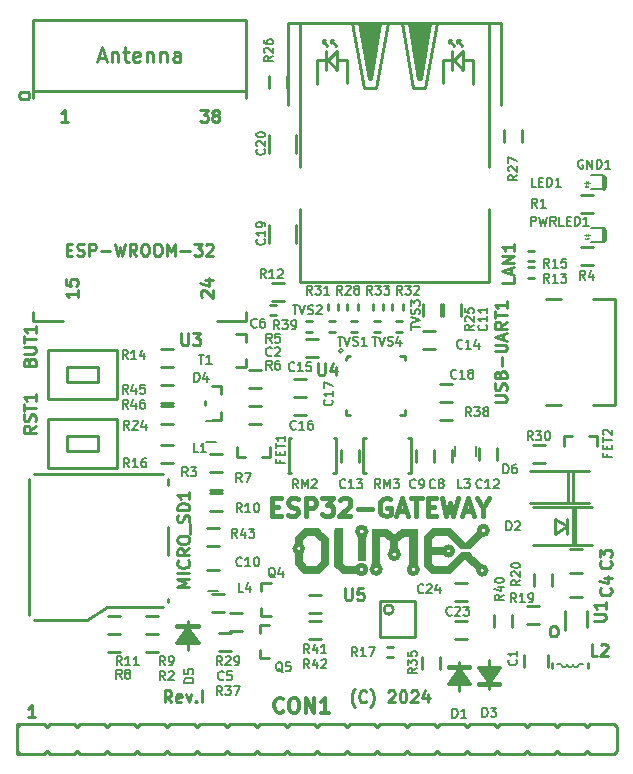
<source format=gbr>
%TF.GenerationSoftware,KiCad,Pcbnew,5.1.0-rc2-unknown-036be7d~80~ubuntu16.04.1*%
%TF.CreationDate,2024-06-10T14:47:57+03:00*%
%TF.ProjectId,ESP32-GATEWAY_Rev_I,45535033-322d-4474-9154-455741595f52,I*%
%TF.SameCoordinates,PX425f360PY7b4bf70*%
%TF.FileFunction,Legend,Top*%
%TF.FilePolarity,Positive*%
%FSLAX46Y46*%
G04 Gerber Fmt 4.6, Leading zero omitted, Abs format (unit mm)*
G04 Created by KiCad (PCBNEW 5.1.0-rc2-unknown-036be7d~80~ubuntu16.04.1) date 2024-06-10 14:47:57*
%MOMM*%
%LPD*%
G04 APERTURE LIST*
%ADD10C,0.381000*%
%ADD11C,0.254000*%
%ADD12C,0.200000*%
%ADD13C,0.400000*%
%ADD14C,0.700000*%
%ADD15C,0.500000*%
%ADD16C,0.100000*%
%ADD17C,0.127000*%
%ADD18C,0.050000*%
%ADD19C,0.190500*%
%ADD20C,0.317500*%
G04 APERTURE END LIST*
D10*
X21662571Y20936858D02*
X22170571Y20936858D01*
X22388285Y20138572D02*
X21662571Y20138572D01*
X21662571Y21662572D01*
X22388285Y21662572D01*
X22968857Y20211143D02*
X23186571Y20138572D01*
X23549428Y20138572D01*
X23694571Y20211143D01*
X23767142Y20283715D01*
X23839714Y20428858D01*
X23839714Y20574000D01*
X23767142Y20719143D01*
X23694571Y20791715D01*
X23549428Y20864286D01*
X23259142Y20936858D01*
X23114000Y21009429D01*
X23041428Y21082000D01*
X22968857Y21227143D01*
X22968857Y21372286D01*
X23041428Y21517429D01*
X23114000Y21590000D01*
X23259142Y21662572D01*
X23622000Y21662572D01*
X23839714Y21590000D01*
X24492857Y20138572D02*
X24492857Y21662572D01*
X25073428Y21662572D01*
X25218571Y21590000D01*
X25291142Y21517429D01*
X25363714Y21372286D01*
X25363714Y21154572D01*
X25291142Y21009429D01*
X25218571Y20936858D01*
X25073428Y20864286D01*
X24492857Y20864286D01*
X25871714Y21662572D02*
X26815142Y21662572D01*
X26307142Y21082000D01*
X26524857Y21082000D01*
X26670000Y21009429D01*
X26742571Y20936858D01*
X26815142Y20791715D01*
X26815142Y20428858D01*
X26742571Y20283715D01*
X26670000Y20211143D01*
X26524857Y20138572D01*
X26089428Y20138572D01*
X25944285Y20211143D01*
X25871714Y20283715D01*
X27395714Y21517429D02*
X27468285Y21590000D01*
X27613428Y21662572D01*
X27976285Y21662572D01*
X28121428Y21590000D01*
X28194000Y21517429D01*
X28266571Y21372286D01*
X28266571Y21227143D01*
X28194000Y21009429D01*
X27323142Y20138572D01*
X28266571Y20138572D01*
X28919714Y20719143D02*
X30080857Y20719143D01*
X31604857Y21590000D02*
X31459714Y21662572D01*
X31242000Y21662572D01*
X31024285Y21590000D01*
X30879142Y21444858D01*
X30806571Y21299715D01*
X30734000Y21009429D01*
X30734000Y20791715D01*
X30806571Y20501429D01*
X30879142Y20356286D01*
X31024285Y20211143D01*
X31242000Y20138572D01*
X31387142Y20138572D01*
X31604857Y20211143D01*
X31677428Y20283715D01*
X31677428Y20791715D01*
X31387142Y20791715D01*
X32258000Y20574000D02*
X32983714Y20574000D01*
X32112857Y20138572D02*
X32620857Y21662572D01*
X33128857Y20138572D01*
X33419142Y21662572D02*
X34290000Y21662572D01*
X33854571Y20138572D02*
X33854571Y21662572D01*
X34798000Y20936858D02*
X35306000Y20936858D01*
X35523714Y20138572D02*
X34798000Y20138572D01*
X34798000Y21662572D01*
X35523714Y21662572D01*
X36031714Y21662572D02*
X36394571Y20138572D01*
X36684857Y21227143D01*
X36975142Y20138572D01*
X37338000Y21662572D01*
X37846000Y20574000D02*
X38571714Y20574000D01*
X37700857Y20138572D02*
X38208857Y21662572D01*
X38716857Y20138572D01*
X39515142Y20864286D02*
X39515142Y20138572D01*
X39007142Y21662572D02*
X39515142Y20864286D01*
X40023142Y21662572D01*
D11*
X1560285Y3096381D02*
X979714Y3096381D01*
X1270000Y3096381D02*
X1270000Y4112381D01*
X1173238Y3967239D01*
X1076476Y3870477D01*
X979714Y3822096D01*
X13105190Y4366381D02*
X12766523Y4850191D01*
X12524619Y4366381D02*
X12524619Y5382381D01*
X12911666Y5382381D01*
X13008428Y5334000D01*
X13056809Y5285620D01*
X13105190Y5188858D01*
X13105190Y5043715D01*
X13056809Y4946953D01*
X13008428Y4898572D01*
X12911666Y4850191D01*
X12524619Y4850191D01*
X13927666Y4414762D02*
X13830904Y4366381D01*
X13637380Y4366381D01*
X13540619Y4414762D01*
X13492238Y4511524D01*
X13492238Y4898572D01*
X13540619Y4995334D01*
X13637380Y5043715D01*
X13830904Y5043715D01*
X13927666Y4995334D01*
X13976047Y4898572D01*
X13976047Y4801810D01*
X13492238Y4705048D01*
X14314714Y5043715D02*
X14556619Y4366381D01*
X14798523Y5043715D01*
X15185571Y4463143D02*
X15233952Y4414762D01*
X15185571Y4366381D01*
X15137190Y4414762D01*
X15185571Y4463143D01*
X15185571Y4366381D01*
X15669380Y4366381D02*
X15669380Y5382381D01*
X28647571Y3979334D02*
X28599190Y4027715D01*
X28502428Y4172858D01*
X28454047Y4269620D01*
X28405666Y4414762D01*
X28357285Y4656667D01*
X28357285Y4850191D01*
X28405666Y5092096D01*
X28454047Y5237239D01*
X28502428Y5334000D01*
X28599190Y5479143D01*
X28647571Y5527524D01*
X29615190Y4463143D02*
X29566809Y4414762D01*
X29421666Y4366381D01*
X29324904Y4366381D01*
X29179761Y4414762D01*
X29083000Y4511524D01*
X29034619Y4608286D01*
X28986238Y4801810D01*
X28986238Y4946953D01*
X29034619Y5140477D01*
X29083000Y5237239D01*
X29179761Y5334000D01*
X29324904Y5382381D01*
X29421666Y5382381D01*
X29566809Y5334000D01*
X29615190Y5285620D01*
X29953857Y3979334D02*
X30002238Y4027715D01*
X30099000Y4172858D01*
X30147380Y4269620D01*
X30195761Y4414762D01*
X30244142Y4656667D01*
X30244142Y4850191D01*
X30195761Y5092096D01*
X30147380Y5237239D01*
X30099000Y5334000D01*
X30002238Y5479143D01*
X29953857Y5527524D01*
X31453666Y5285620D02*
X31502047Y5334000D01*
X31598809Y5382381D01*
X31840714Y5382381D01*
X31937476Y5334000D01*
X31985857Y5285620D01*
X32034238Y5188858D01*
X32034238Y5092096D01*
X31985857Y4946953D01*
X31405285Y4366381D01*
X32034238Y4366381D01*
X32663190Y5382381D02*
X32759952Y5382381D01*
X32856714Y5334000D01*
X32905095Y5285620D01*
X32953476Y5188858D01*
X33001857Y4995334D01*
X33001857Y4753429D01*
X32953476Y4559905D01*
X32905095Y4463143D01*
X32856714Y4414762D01*
X32759952Y4366381D01*
X32663190Y4366381D01*
X32566428Y4414762D01*
X32518047Y4463143D01*
X32469666Y4559905D01*
X32421285Y4753429D01*
X32421285Y4995334D01*
X32469666Y5188858D01*
X32518047Y5285620D01*
X32566428Y5334000D01*
X32663190Y5382381D01*
X33388904Y5285620D02*
X33437285Y5334000D01*
X33534047Y5382381D01*
X33775952Y5382381D01*
X33872714Y5334000D01*
X33921095Y5285620D01*
X33969476Y5188858D01*
X33969476Y5092096D01*
X33921095Y4946953D01*
X33340523Y4366381D01*
X33969476Y4366381D01*
X34840333Y5043715D02*
X34840333Y4366381D01*
X34598428Y5430762D02*
X34356523Y4705048D01*
X34985476Y4705048D01*
D12*
X27630873Y34140140D02*
G75*
G03X27630873Y34140140I-176013J0D01*
G01*
D11*
X28254960Y33741360D02*
X28028900Y33741360D01*
X32852360Y33741360D02*
X32451040Y33741360D01*
X32852360Y33340040D02*
X32852360Y33741360D01*
X32852360Y28742640D02*
X32852360Y29143960D01*
X32451040Y28742640D02*
X32852360Y28742640D01*
X27853640Y28742640D02*
X28254960Y28742640D01*
X27853640Y29143960D02*
X27853640Y28742640D01*
X27853640Y33566100D02*
X27853640Y33340040D01*
X28028900Y33741360D02*
X27853640Y33566100D01*
X44805000Y29566000D02*
X46105000Y29566000D01*
X44805000Y38506000D02*
X46105000Y38506000D01*
X50673000Y29566000D02*
X50673000Y38506000D01*
X50673000Y38506000D02*
X48805000Y38506000D01*
X48805000Y29566000D02*
X50673000Y29566000D01*
X40132000Y6477000D02*
X39751000Y6477000D01*
X40259000Y6604000D02*
X39624000Y6604000D01*
X40386000Y6731000D02*
X39624000Y6731000D01*
X40386000Y6858000D02*
X39497000Y6858000D01*
X39497000Y6985000D02*
X40640000Y6985000D01*
X40640000Y7112000D02*
X39370000Y7112000D01*
X39243000Y7239000D02*
X40767000Y7239000D01*
X40944800Y6019800D02*
X40944800Y5842000D01*
X39039800Y6019800D02*
X39039800Y5842000D01*
X40944800Y5842000D02*
X39039800Y5842000D01*
X40944800Y7391400D02*
X39039800Y7391400D01*
X40944800Y6019800D02*
X39039800Y6019800D01*
X40030400Y6019800D02*
X39039800Y7391400D01*
X40944800Y7391400D02*
X40030400Y6019800D01*
X39992300Y7975600D02*
X39992300Y5499100D01*
X44196000Y11049000D02*
X43180000Y11049000D01*
X44196000Y12573000D02*
X43180000Y12573000D01*
X35814000Y8255000D02*
X35814000Y7239000D01*
X34290000Y8255000D02*
X34290000Y7239000D01*
X33758000Y12930000D02*
X30758000Y12930000D01*
X33758000Y9930000D02*
X33758000Y12930000D01*
X30758000Y9930000D02*
X33758000Y9930000D01*
X31898512Y12230000D02*
G75*
G03X31898512Y12230000I-390512J0D01*
G01*
X30758000Y9930000D02*
X30758000Y12930000D01*
X17564000Y36653000D02*
X16964000Y36653000D01*
X3264000Y36653000D02*
X3914000Y36653000D01*
X1414000Y62153000D02*
X1414000Y55533000D01*
X19414000Y36653000D02*
X19414000Y37403000D01*
X19414000Y36653000D02*
X16964000Y36653000D01*
X1414000Y36653000D02*
X3914000Y36653000D01*
X1414000Y36653000D02*
X1414000Y37403000D01*
X19414000Y62153000D02*
X19414000Y55533000D01*
X1414000Y56153000D02*
X19414000Y56153000D01*
X1414000Y62153000D02*
X19414000Y62153000D01*
X17526000Y12065000D02*
X16510000Y12065000D01*
X17526000Y13589000D02*
X16510000Y13589000D01*
X7688580Y12433300D02*
X5981700Y11341100D01*
X1013460Y23258780D02*
X1013460Y11772900D01*
X1442720Y23700740D02*
X12379960Y23700740D01*
X1442720Y11341100D02*
X5961380Y11341100D01*
X12809220Y13162280D02*
X12809220Y12862560D01*
X12809220Y19260820D02*
X12809220Y16812260D01*
X12809220Y23268940D02*
X12809220Y22799040D01*
X12379960Y12433300D02*
X7688580Y12433300D01*
D13*
X24226147Y17399000D02*
G75*
G03X24226147Y17399000I-337447J0D01*
G01*
D14*
X23876000Y18173700D02*
X24384000Y18681700D01*
X25476200Y18757900D02*
X26111200Y18148300D01*
X26085800Y16192500D02*
X25527000Y15608300D01*
X27711400Y15595600D02*
X27254200Y16052800D01*
X28697200Y15595600D02*
X27711400Y15595600D01*
D13*
X29576324Y15621000D02*
G75*
G03X29576324Y15621000I-366324J0D01*
G01*
D14*
X29210000Y18313400D02*
X29210000Y16713200D01*
D13*
X29596218Y18846800D02*
G75*
G03X29596218Y18846800I-373518J0D01*
G01*
X30801559Y15646400D02*
G75*
G03X30801559Y15646400I-359659J0D01*
G01*
D14*
X30429200Y16154400D02*
X30429200Y18745200D01*
X30429200Y18745200D02*
X31267400Y18745200D01*
X31267400Y18745200D02*
X31877000Y18237200D01*
X31978600Y17449800D02*
X31978600Y18161000D01*
X32054800Y18237200D02*
X32689800Y18745200D01*
D13*
X32349518Y16916400D02*
G75*
G03X32349518Y16916400I-370918J0D01*
G01*
D14*
X32689800Y18745200D02*
X33578800Y18745200D01*
D13*
X33954729Y15633700D02*
G75*
G03X33954729Y15633700I-363229J0D01*
G01*
X39750266Y15544800D02*
G75*
G03X39750266Y15544800I-329466J0D01*
G01*
D14*
X39090600Y15900400D02*
X38252400Y16713200D01*
D15*
X37744400Y16814800D02*
X38277800Y16814800D01*
D14*
X36601400Y15595600D02*
X37744400Y16713200D01*
X35280600Y15595600D02*
X36601400Y15595600D01*
X34848800Y16027400D02*
X35280600Y15595600D01*
X34848800Y18262600D02*
X34848800Y16027400D01*
X34848800Y18288000D02*
X35331400Y18796000D01*
X35379500Y18770600D02*
X36601400Y18770600D01*
X36601400Y18770600D02*
X37693600Y17703800D01*
D15*
X37719000Y17589500D02*
X38277800Y17589500D01*
D14*
X39141400Y18580100D02*
X38277800Y17686400D01*
D13*
X39869135Y18935700D02*
G75*
G03X39869135Y18935700I-359435J0D01*
G01*
D14*
X36068000Y17195800D02*
X34848800Y17195800D01*
D13*
X36935659Y17195800D02*
G75*
G03X36935659Y17195800I-359659J0D01*
G01*
D14*
X24447500Y15582900D02*
X25488900Y15582900D01*
X23888700Y16141700D02*
X23888700Y16903700D01*
X23876000Y16154400D02*
X24460200Y15582900D01*
X23876000Y18122900D02*
X23876000Y17881600D01*
X26098500Y18161000D02*
X26098500Y16230600D01*
X25476200Y18770600D02*
X24472900Y18770600D01*
X33591500Y18757900D02*
X33591500Y16154400D01*
X27254200Y16040100D02*
X27254200Y18770600D01*
D16*
X27254200Y19113500D02*
X26974800Y19113500D01*
X26949400Y19113500D02*
X26949400Y15963900D01*
X26962100Y19113500D02*
X26949400Y19113500D01*
X26974800Y19113500D02*
X26962100Y19113500D01*
X27089100Y19024600D02*
X27025600Y19037300D01*
X27571700Y19113500D02*
X27571700Y16078200D01*
X27266900Y19113500D02*
X27571700Y19113500D01*
X27393900Y19037300D02*
X27508200Y19037300D01*
X28892500Y18427700D02*
X28892500Y16408400D01*
X29527500Y16408400D02*
X29527500Y18427700D01*
X29502100Y16408400D02*
X29527500Y16408400D01*
X28892500Y16408400D02*
X29502100Y16408400D01*
X29032200Y16471900D02*
X28968700Y16471900D01*
X29375100Y16471900D02*
X29464000Y16471900D01*
X30111700Y16065500D02*
X30111700Y19050000D01*
X31356300Y19062700D02*
X31940500Y18580100D01*
X30111700Y19062700D02*
X31356300Y19062700D01*
X30264100Y18999200D02*
X30187900Y18999200D01*
X33921700Y16040100D02*
X33921700Y19050000D01*
X32600900Y19062700D02*
X31978600Y18567400D01*
X32626300Y19062700D02*
X32600900Y19062700D01*
X33921700Y19062700D02*
X32626300Y19062700D01*
X33921700Y19050000D02*
X33921700Y19062700D01*
X33769300Y18986500D02*
X33870900Y18986500D01*
X36715700Y19100800D02*
X37973000Y17856200D01*
X36664900Y19100800D02*
X36715700Y19100800D01*
X35293300Y19100800D02*
X36664900Y19100800D01*
D11*
X20701000Y30988000D02*
X19685000Y30988000D01*
X20701000Y32512000D02*
X19685000Y32512000D01*
D17*
X16078200Y28194000D02*
X16916400Y28194000D01*
X16078200Y26416000D02*
X16916400Y26416000D01*
D11*
X19684999Y30988000D02*
X20700999Y30988000D01*
X19684999Y29464000D02*
X20700999Y29464000D01*
X19431000Y32740600D02*
X19431000Y33451800D01*
X18592800Y32740600D02*
X19431000Y32740600D01*
X18592800Y35585400D02*
X19431000Y35585400D01*
X19431000Y34874200D02*
X19431000Y35585400D01*
X19684999Y29464000D02*
X20700999Y29464000D01*
X19684999Y27940000D02*
X20700999Y27940000D01*
X18643600Y25146000D02*
X19354800Y25146000D01*
X18643600Y25984200D02*
X18643600Y25146000D01*
X21488400Y25984200D02*
X21488400Y25146000D01*
X20777200Y25146000D02*
X21488400Y25146000D01*
D13*
X47178000Y17829000D02*
X47178000Y20829000D01*
D11*
X48727360Y17701260D02*
X43728640Y17701260D01*
X43728640Y20906740D02*
X48727360Y20906740D01*
X45593000Y19939000D02*
X45593000Y18669000D01*
X45593000Y18669000D02*
X46609000Y19304000D01*
X45593000Y19939000D02*
X46609000Y19304000D01*
X46609000Y19939000D02*
X46609000Y18669000D01*
X17399000Y23876000D02*
X16383000Y23876000D01*
X17399000Y25400000D02*
X16383000Y25400000D01*
X11938000Y8636000D02*
X10922000Y8636000D01*
X11938000Y10160000D02*
X10922000Y10160000D01*
X47752000Y47371000D02*
X48768000Y47371000D01*
X47752000Y45847000D02*
X48768000Y45847000D01*
D17*
X49657000Y47802800D02*
X48641000Y47802800D01*
X48641000Y49022000D02*
X49657000Y49022000D01*
D16*
X48000000Y48387000D02*
X48520000Y48387000D01*
X48170000Y48497000D02*
X48170000Y48277000D01*
X48170000Y48497000D02*
X48280000Y48397000D01*
X48170000Y48277000D02*
X48270000Y48377000D01*
X48360000Y48497000D02*
X48360000Y48277000D01*
D18*
X48437800Y48141400D02*
X48307800Y48031400D01*
X48306200Y48032400D02*
X48386200Y48042400D01*
X48306200Y48032400D02*
X48306200Y48112400D01*
X48090800Y48032400D02*
X48090800Y48112400D01*
X48090800Y48032400D02*
X48170800Y48042400D01*
X48230800Y48162400D02*
X48100800Y48052400D01*
D11*
X49669700Y48958500D02*
X49822100Y48831500D01*
X49669700Y47866300D02*
X49809400Y47993300D01*
X49822100Y48831500D02*
X49822100Y48006000D01*
X49657000Y47904400D02*
X49657000Y48945800D01*
X0Y2540000D02*
X0Y0D01*
X5080000Y254000D02*
X5334000Y0D01*
X4826000Y0D02*
X5080000Y254000D01*
X2286000Y0D02*
X508000Y0D01*
X2540000Y254000D02*
X2286000Y0D01*
X2794000Y0D02*
X2540000Y254000D01*
X4826000Y0D02*
X2794000Y0D01*
X508000Y0D02*
X0Y0D01*
X254000Y0D02*
X0Y254000D01*
X0Y2286000D02*
X254000Y2540000D01*
X7366000Y0D02*
X5334000Y0D01*
X7620000Y254000D02*
X7366000Y0D01*
X10414000Y0D02*
X10160000Y254000D01*
X9906000Y0D02*
X7874000Y0D01*
X10160000Y254000D02*
X9906000Y0D01*
X9906000Y2540000D02*
X10160000Y2286000D01*
X7874000Y2540000D02*
X9906000Y2540000D01*
X7620000Y2286000D02*
X7874000Y2540000D01*
X7366000Y2540000D02*
X7620000Y2286000D01*
X5334000Y2540000D02*
X7366000Y2540000D01*
X5080000Y2286000D02*
X5334000Y2540000D01*
X4826000Y2540000D02*
X5080000Y2286000D01*
X2794000Y2540000D02*
X4826000Y2540000D01*
X2540000Y2286000D02*
X2794000Y2540000D01*
X2286000Y2540000D02*
X2540000Y2286000D01*
X254000Y2540000D02*
X2286000Y2540000D01*
X0Y2540000D02*
X254000Y2540000D01*
X10160000Y2286000D02*
X10414000Y2540000D01*
X10414000Y2540000D02*
X12446000Y2540000D01*
X14986000Y2540000D02*
X15240000Y2286000D01*
X12446000Y0D02*
X10414000Y0D01*
X7874000Y0D02*
X7620000Y254000D01*
X15240000Y254000D02*
X14986000Y0D01*
X12954000Y2540000D02*
X14986000Y2540000D01*
X12700000Y2286000D02*
X12954000Y2540000D01*
X14986000Y0D02*
X12954000Y0D01*
X12700000Y254000D02*
X12446000Y0D01*
X12954000Y0D02*
X12700000Y254000D01*
X12446000Y2540000D02*
X12700000Y2286000D01*
X14986000Y2540000D02*
X15240000Y2286000D01*
X15240000Y254000D02*
X14986000Y0D01*
X14986000Y0D02*
X12954000Y0D01*
X12954000Y2540000D02*
X14986000Y2540000D01*
X12700000Y2286000D02*
X12954000Y2540000D01*
X12954000Y0D02*
X12700000Y254000D01*
X18034000Y0D02*
X17780000Y254000D01*
X17780000Y2286000D02*
X18034000Y2540000D01*
X18034000Y2540000D02*
X20066000Y2540000D01*
X20066000Y0D02*
X18034000Y0D01*
X20320000Y254000D02*
X20066000Y0D01*
X20066000Y2540000D02*
X20320000Y2286000D01*
X17526000Y2540000D02*
X17780000Y2286000D01*
X18034000Y0D02*
X17780000Y254000D01*
X17780000Y254000D02*
X17526000Y0D01*
X20066000Y0D02*
X18034000Y0D01*
X17780000Y2286000D02*
X18034000Y2540000D01*
X18034000Y2540000D02*
X20066000Y2540000D01*
X20320000Y254000D02*
X20066000Y0D01*
X17526000Y0D02*
X15494000Y0D01*
X20066000Y2540000D02*
X20320000Y2286000D01*
X15494000Y2540000D02*
X17526000Y2540000D01*
X15240000Y2286000D02*
X15494000Y2540000D01*
X15494000Y0D02*
X15240000Y254000D01*
X20574000Y0D02*
X20320000Y254000D01*
X20320000Y2286000D02*
X20574000Y2540000D01*
X20574000Y2540000D02*
X22606000Y2540000D01*
X25146000Y2540000D02*
X25400000Y2286000D01*
X22606000Y0D02*
X20574000Y0D01*
X25400000Y254000D02*
X25146000Y0D01*
X23114000Y2540000D02*
X25146000Y2540000D01*
X22860000Y2286000D02*
X23114000Y2540000D01*
X25146000Y0D02*
X23114000Y0D01*
X22860000Y254000D02*
X22606000Y0D01*
X23114000Y0D02*
X22860000Y254000D01*
X22606000Y2540000D02*
X22860000Y2286000D01*
X25146000Y2540000D02*
X25400000Y2286000D01*
X25400000Y254000D02*
X25146000Y0D01*
X25146000Y0D02*
X23114000Y0D01*
X23114000Y2540000D02*
X25146000Y2540000D01*
X22860000Y2286000D02*
X23114000Y2540000D01*
X23114000Y0D02*
X22860000Y254000D01*
X28194000Y0D02*
X27940000Y254000D01*
X27940000Y2286000D02*
X28194000Y2540000D01*
X28194000Y2540000D02*
X30226000Y2540000D01*
X30226000Y0D02*
X28194000Y0D01*
X30480000Y254000D02*
X30226000Y0D01*
X30226000Y2540000D02*
X30480000Y2286000D01*
X27686000Y2540000D02*
X27940000Y2286000D01*
X28194000Y0D02*
X27940000Y254000D01*
X27940000Y254000D02*
X27686000Y0D01*
X30226000Y0D02*
X28194000Y0D01*
X27940000Y2286000D02*
X28194000Y2540000D01*
X28194000Y2540000D02*
X30226000Y2540000D01*
X30480000Y254000D02*
X30226000Y0D01*
X27686000Y0D02*
X25654000Y0D01*
X30226000Y2540000D02*
X30480000Y2286000D01*
X25654000Y2540000D02*
X27686000Y2540000D01*
X25400000Y2286000D02*
X25654000Y2540000D01*
X25654000Y0D02*
X25400000Y254000D01*
X30734000Y0D02*
X30480000Y254000D01*
X30480000Y2286000D02*
X30734000Y2540000D01*
X30734000Y2540000D02*
X32766000Y2540000D01*
X35306000Y2540000D02*
X35560000Y2286000D01*
X32766000Y0D02*
X30734000Y0D01*
X35560000Y254000D02*
X35306000Y0D01*
X33274000Y2540000D02*
X35306000Y2540000D01*
X33020000Y2286000D02*
X33274000Y2540000D01*
X35306000Y0D02*
X33274000Y0D01*
X33020000Y254000D02*
X32766000Y0D01*
X33274000Y0D02*
X33020000Y254000D01*
X32766000Y2540000D02*
X33020000Y2286000D01*
X35306000Y2540000D02*
X35560000Y2286000D01*
X35560000Y254000D02*
X35306000Y0D01*
X35306000Y0D02*
X33274000Y0D01*
X33274000Y2540000D02*
X35306000Y2540000D01*
X33020000Y2286000D02*
X33274000Y2540000D01*
X33274000Y0D02*
X33020000Y254000D01*
X38354000Y0D02*
X38100000Y254000D01*
X38100000Y2286000D02*
X38354000Y2540000D01*
X38354000Y2540000D02*
X40386000Y2540000D01*
X40386000Y0D02*
X38354000Y0D01*
X40640000Y254000D02*
X40386000Y0D01*
X40386000Y2540000D02*
X40640000Y2286000D01*
X37846000Y2540000D02*
X38100000Y2286000D01*
X38354000Y0D02*
X38100000Y254000D01*
X38100000Y254000D02*
X37846000Y0D01*
X40386000Y0D02*
X38354000Y0D01*
X38100000Y2286000D02*
X38354000Y2540000D01*
X38354000Y2540000D02*
X40386000Y2540000D01*
X40640000Y254000D02*
X40386000Y0D01*
X37846000Y0D02*
X35814000Y0D01*
X40386000Y2540000D02*
X40640000Y2286000D01*
X35814000Y2540000D02*
X37846000Y2540000D01*
X35560000Y2286000D02*
X35814000Y2540000D01*
X35814000Y0D02*
X35560000Y254000D01*
X45974000Y0D02*
X45720000Y254000D01*
X45720000Y2286000D02*
X45974000Y2540000D01*
X45974000Y2540000D02*
X48006000Y2540000D01*
X50546000Y2540000D02*
X50800000Y2286000D01*
X48006000Y0D02*
X45974000Y0D01*
X50800000Y254000D02*
X50546000Y0D01*
X50800000Y2286000D02*
X50800000Y254000D01*
X48514000Y2540000D02*
X50546000Y2540000D01*
X48260000Y2286000D02*
X48514000Y2540000D01*
X50546000Y0D02*
X48514000Y0D01*
X48260000Y254000D02*
X48006000Y0D01*
X48514000Y0D02*
X48260000Y254000D01*
X48006000Y2540000D02*
X48260000Y2286000D01*
X50546000Y2540000D02*
X50800000Y2286000D01*
X50800000Y254000D02*
X50546000Y0D01*
X50546000Y0D02*
X48514000Y0D01*
X48514000Y2540000D02*
X50546000Y2540000D01*
X48260000Y2286000D02*
X48514000Y2540000D01*
X48514000Y0D02*
X48260000Y254000D01*
X43434000Y0D02*
X43180000Y254000D01*
X43180000Y2286000D02*
X43434000Y2540000D01*
X43434000Y2540000D02*
X45466000Y2540000D01*
X45466000Y0D02*
X43434000Y0D01*
X45720000Y254000D02*
X45466000Y0D01*
X45466000Y2540000D02*
X45720000Y2286000D01*
X42926000Y2540000D02*
X43180000Y2286000D01*
X43434000Y0D02*
X43180000Y254000D01*
X43180000Y254000D02*
X42926000Y0D01*
X45466000Y0D02*
X43434000Y0D01*
X43180000Y2286000D02*
X43434000Y2540000D01*
X43434000Y2540000D02*
X45466000Y2540000D01*
X45720000Y254000D02*
X45466000Y0D01*
X42926000Y0D02*
X40894000Y0D01*
X45466000Y2540000D02*
X45720000Y2286000D01*
X40894000Y2540000D02*
X42926000Y2540000D01*
X40640000Y2286000D02*
X40894000Y2540000D01*
X40894000Y0D02*
X40640000Y254000D01*
X18161000Y8763000D02*
X17145000Y8763000D01*
X18161000Y10287000D02*
X17145000Y10287000D01*
X47879000Y13335000D02*
X46863000Y13335000D01*
X47879000Y15367000D02*
X46863000Y15367000D01*
X47879000Y15367000D02*
X46863000Y15367000D01*
X47879000Y17399000D02*
X46863000Y17399000D01*
X43815000Y14224000D02*
X43815000Y15240000D01*
X45339000Y14224000D02*
X45339000Y15240000D01*
X48768000Y41402000D02*
X47752000Y41402000D01*
X48768000Y42926000D02*
X47752000Y42926000D01*
X12192000Y31242000D02*
X13208000Y31242000D01*
X12192000Y29718000D02*
X13208000Y29718000D01*
X13208000Y31242000D02*
X12192000Y31242000D01*
X13208000Y32766000D02*
X12192000Y32766000D01*
X25781000Y9779000D02*
X24765000Y9779000D01*
X25781000Y11303000D02*
X24765000Y11303000D01*
X44704000Y24638000D02*
X43688000Y24638000D01*
X44704000Y26162000D02*
X43688000Y26162000D01*
X46664000Y21256000D02*
X46664000Y23956000D01*
X43474000Y21256000D02*
X48474000Y21256000D01*
X47104000Y21256000D02*
X47104000Y23956000D01*
X48474000Y23956000D02*
X43474000Y23956000D01*
X37084000Y14478000D02*
X38100000Y14478000D01*
X37084000Y12954000D02*
X38100000Y12954000D01*
X37084000Y11303000D02*
X38100000Y11303000D01*
X37084000Y9779000D02*
X38100000Y9779000D01*
X21336000Y52451000D02*
X21336000Y50927000D01*
X23622000Y52451000D02*
X23622000Y50927000D01*
X23622000Y43307000D02*
X23622000Y44831000D01*
X21336000Y43307000D02*
X21336000Y44831000D01*
X17145000Y17653000D02*
X16129000Y17653000D01*
X17145000Y19177000D02*
X16129000Y19177000D01*
X25781000Y11938000D02*
X24765000Y11938000D01*
X25781000Y13462000D02*
X24765000Y13462000D01*
X41910000Y11811000D02*
X41910000Y10795000D01*
X40386000Y11811000D02*
X40386000Y10795000D01*
X35814000Y29845000D02*
X36830000Y29845000D01*
X35814000Y28321000D02*
X36830000Y28321000D01*
X42799000Y52832000D02*
X42799000Y51816000D01*
X41275000Y52832000D02*
X41275000Y51816000D01*
X21336000Y56388000D02*
X21336000Y57404000D01*
X22860000Y56388000D02*
X22860000Y57404000D01*
X13208000Y27940000D02*
X12192000Y27940000D01*
X13208000Y29464000D02*
X12192000Y29464000D01*
X13208000Y24638000D02*
X12192000Y24638000D01*
X13208000Y26162000D02*
X12192000Y26162000D01*
X12192000Y34290000D02*
X13208000Y34290000D01*
X12192000Y32766000D02*
X13208000Y32766000D01*
D17*
X49657000Y43357800D02*
X48641000Y43357800D01*
X48641000Y44577000D02*
X49657000Y44577000D01*
D16*
X48000000Y43942000D02*
X48520000Y43942000D01*
X48170000Y44052000D02*
X48170000Y43832000D01*
X48170000Y44052000D02*
X48280000Y43952000D01*
X48170000Y43832000D02*
X48270000Y43932000D01*
X48360000Y44052000D02*
X48360000Y43832000D01*
D18*
X48437800Y43696400D02*
X48307800Y43586400D01*
X48306200Y43587400D02*
X48386200Y43597400D01*
X48306200Y43587400D02*
X48306200Y43667400D01*
X48090800Y43587400D02*
X48090800Y43667400D01*
X48090800Y43587400D02*
X48170800Y43597400D01*
X48230800Y43717400D02*
X48100800Y43607400D01*
D11*
X49669700Y44513500D02*
X49822100Y44386500D01*
X49669700Y43421300D02*
X49809400Y43548300D01*
X49822100Y44386500D02*
X49822100Y43561000D01*
X49657000Y43459400D02*
X49657000Y44500800D01*
X36830000Y29845000D02*
X35814000Y29845000D01*
X36830000Y31369000D02*
X35814000Y31369000D01*
X24511000Y30226000D02*
X23495000Y30226000D01*
X24511000Y31750000D02*
X23495000Y31750000D01*
X24511000Y28702000D02*
X23495000Y28702000D01*
X24511000Y30226000D02*
X23495000Y30226000D01*
X25527000Y33655000D02*
X24511000Y33655000D01*
X25527000Y35179000D02*
X24511000Y35179000D01*
X34417000Y35814000D02*
X35433000Y35814000D01*
X34417000Y34290000D02*
X35433000Y34290000D01*
X28956000Y25781000D02*
X28956000Y24765000D01*
X27432000Y25781000D02*
X27432000Y24765000D01*
X40640000Y25908000D02*
X40640000Y24892000D01*
X39116000Y25908000D02*
X39116000Y24892000D01*
X37592000Y38100000D02*
X37592000Y37084000D01*
X36068000Y38100000D02*
X36068000Y37084000D01*
X16129000Y17653000D02*
X17145000Y17653000D01*
X16129000Y15621000D02*
X17145000Y15621000D01*
X33782000Y24765000D02*
X33782000Y25781000D01*
X35306000Y24765000D02*
X35306000Y25781000D01*
X35306000Y24765000D02*
X35306000Y25781000D01*
X36830000Y24765000D02*
X36830000Y25781000D01*
X42926000Y7366000D02*
X42926000Y8382000D01*
X44958000Y7366000D02*
X44958000Y8382000D01*
D17*
X17068800Y13843000D02*
X16230600Y13843000D01*
X17068800Y15621000D02*
X16230600Y15621000D01*
D11*
X20574000Y10947400D02*
X20574000Y10236200D01*
X21412200Y10947400D02*
X20574000Y10947400D01*
X21412200Y8102600D02*
X20574000Y8102600D01*
X20574000Y8813800D02*
X20574000Y8102600D01*
X20701000Y14503400D02*
X20701000Y13792200D01*
X21539200Y14503400D02*
X20701000Y14503400D01*
X21539200Y11658600D02*
X20701000Y11658600D01*
X20701000Y12369800D02*
X20701000Y11658600D01*
X45363000Y7693000D02*
X45363000Y7293000D01*
X48363000Y7693000D02*
X48363000Y7293000D01*
D12*
X47113000Y7593000D02*
G75*
G02X46613000Y7593000I-250000J0D01*
G01*
X47613000Y7593000D02*
G75*
G02X47113000Y7593000I-250000J0D01*
G01*
X46613000Y7593000D02*
G75*
G02X46113000Y7593000I-250000J0D01*
G01*
X47613000Y7643000D02*
X47963000Y7643000D01*
X46113000Y7643000D02*
X45763000Y7643000D01*
D11*
X49174400Y26924000D02*
X48463200Y26924000D01*
X49174400Y26085800D02*
X49174400Y26924000D01*
X46329600Y26085800D02*
X46329600Y26924000D01*
X47040800Y26924000D02*
X46329600Y26924000D01*
D17*
X37084000Y25222200D02*
X37084000Y26060400D01*
X38862000Y25222200D02*
X38862000Y26060400D01*
D11*
X33362900Y23799800D02*
X33362900Y26746200D01*
X33350200Y23799800D02*
X33172400Y23799800D01*
X33375600Y26746200D02*
X33159700Y26746200D01*
X29552900Y23799800D02*
X29362400Y23799800D01*
X29362400Y23799800D02*
X29362400Y26746200D01*
X29362400Y26746200D02*
X29578300Y26746200D01*
X23025100Y26746200D02*
X23025100Y23799800D01*
X23037800Y26746200D02*
X23215600Y26746200D01*
X23012400Y23799800D02*
X23228300Y23799800D01*
X26835100Y26746200D02*
X27025600Y26746200D01*
X27025600Y26746200D02*
X27025600Y23799800D01*
X27025600Y23799800D02*
X26809700Y23799800D01*
X6888000Y26889000D02*
X6888000Y25689000D01*
X6888000Y25689000D02*
X4288000Y25689000D01*
X4288000Y26889000D02*
X4288000Y25689000D01*
X6888000Y26889000D02*
X4288000Y26889000D01*
X2688000Y24189000D02*
X8488000Y24189000D01*
X2688000Y28389000D02*
X2688000Y24189000D01*
X8488000Y28389000D02*
X2688000Y28389000D01*
X8488000Y24189000D02*
X8488000Y28389000D01*
X6888000Y32731000D02*
X6888000Y31531000D01*
X6888000Y31531000D02*
X4288000Y31531000D01*
X4288000Y32731000D02*
X4288000Y31531000D01*
X6888000Y32731000D02*
X4288000Y32731000D01*
X2688000Y30031000D02*
X8488000Y30031000D01*
X2688000Y34231000D02*
X2688000Y30031000D01*
X8488000Y34231000D02*
X2688000Y34231000D01*
X8488000Y30031000D02*
X8488000Y34231000D01*
X16383000Y22098000D02*
X17399000Y22098000D01*
X16383000Y20574000D02*
X17399000Y20574000D01*
X11938000Y10160000D02*
X10922000Y10160000D01*
X11938000Y11684000D02*
X10922000Y11684000D01*
X8763000Y10160000D02*
X7747000Y10160000D01*
X8763000Y11684000D02*
X7747000Y11684000D01*
X8763000Y8636000D02*
X7747000Y8636000D01*
X8763000Y10160000D02*
X7747000Y10160000D01*
X17399000Y22352000D02*
X16383000Y22352000D01*
X17399000Y23876000D02*
X16383000Y23876000D01*
X15976600Y29921200D02*
X15976600Y29514800D01*
X17297400Y28295600D02*
X16510000Y28295600D01*
X17297400Y28956000D02*
X17297400Y28295600D01*
X17297400Y31140400D02*
X17297400Y30480000D01*
X16510000Y31140400D02*
X17297400Y31140400D01*
X37338000Y6858000D02*
X37719000Y6858000D01*
X37211000Y6731000D02*
X37846000Y6731000D01*
X37084000Y6604000D02*
X37846000Y6604000D01*
X37084000Y6477000D02*
X37973000Y6477000D01*
X37973000Y6350000D02*
X36830000Y6350000D01*
X36830000Y6223000D02*
X38100000Y6223000D01*
X38227000Y6096000D02*
X36703000Y6096000D01*
X36525200Y7315200D02*
X36525200Y7493000D01*
X38430200Y7315200D02*
X38430200Y7493000D01*
X36525200Y7493000D02*
X38430200Y7493000D01*
X36525200Y5943600D02*
X38430200Y5943600D01*
X36525200Y7315200D02*
X38430200Y7315200D01*
X37439600Y7315200D02*
X38430200Y5943600D01*
X36525200Y5943600D02*
X37439600Y7315200D01*
X37477700Y5359400D02*
X37477700Y7835900D01*
X34417000Y37084000D02*
X34417000Y38100000D01*
X35941000Y37084000D02*
X35941000Y38100000D01*
X19050000Y10414000D02*
X18034000Y10414000D01*
X19050000Y11938000D02*
X18034000Y11938000D01*
X29004260Y61925200D02*
X30805120Y61925200D01*
X29804360Y57124600D02*
X29004260Y61925200D01*
X30005020Y57124600D02*
X29804360Y57124600D01*
X30805120Y61925200D02*
X30005020Y57124600D01*
X33202880Y61925200D02*
X35003740Y61925200D01*
X34002980Y57124600D02*
X33202880Y61925200D01*
X34203640Y57124600D02*
X34002980Y57124600D01*
X35003740Y61925200D02*
X34203640Y57124600D01*
X41004000Y61927000D02*
X41004000Y54927000D01*
X40004000Y61927000D02*
X41004000Y61927000D01*
X23004000Y61927000D02*
X23004000Y54927000D01*
X24004000Y61927000D02*
X23004000Y61927000D01*
X29405580Y56426100D02*
X28404820Y61925200D01*
X30406340Y56426100D02*
X29405580Y56426100D01*
X31404560Y61925200D02*
X30406340Y56426100D01*
X33601660Y56426100D02*
X32603440Y61925200D01*
X34602420Y56426100D02*
X33601660Y56426100D01*
X35603180Y61925200D02*
X34602420Y56426100D01*
X25905460Y60426600D02*
X25905460Y60225940D01*
X25905460Y60426600D02*
X26106120Y60426600D01*
X26304240Y59926220D02*
X25905460Y60426600D01*
X26606500Y60426600D02*
X26606500Y60225940D01*
X26606500Y60426600D02*
X26804620Y60426600D01*
X27005280Y59926220D02*
X26606500Y60426600D01*
X27937460Y58724800D02*
X27937460Y56786780D01*
X27236420Y58724800D02*
X27937460Y58724800D01*
X26238200Y59524900D02*
X26238200Y57924700D01*
X26337260Y58724800D02*
X27137360Y57924700D01*
X27137360Y59524900D02*
X26337260Y58724800D01*
X27137360Y59524900D02*
X27137360Y57924700D01*
X25438100Y58724800D02*
X26136600Y58724800D01*
X25438100Y56697880D02*
X25438100Y58724800D01*
X36603940Y60426600D02*
X36603940Y60225940D01*
X36603940Y60426600D02*
X36802060Y60426600D01*
X37002720Y59926220D02*
X36603940Y60426600D01*
X37302440Y60426600D02*
X37302440Y60225940D01*
X37302440Y60426600D02*
X37503100Y60426600D01*
X37703760Y59926220D02*
X37302440Y60426600D01*
X36104000Y58727000D02*
X36104000Y56827000D01*
X36802060Y58724800D02*
X36103560Y58724800D01*
X36903660Y57924700D02*
X36903660Y59524900D01*
X37002720Y58724800D02*
X37802820Y59524900D01*
X37802820Y57924700D02*
X37002720Y58724800D01*
X37804000Y57927000D02*
X37804000Y59527000D01*
X38604000Y58727000D02*
X37904000Y58727000D01*
X38604000Y56727000D02*
X38604000Y58727000D01*
X40004000Y46177000D02*
X40004000Y39927000D01*
X40004000Y61927000D02*
X40004000Y49677000D01*
X24004000Y61927000D02*
X40004000Y61927000D01*
X24004000Y49677000D02*
X24004000Y61927000D01*
X24004000Y39927000D02*
X24004000Y46177000D01*
X40004000Y39927000D02*
X24004000Y39927000D01*
X34104000Y57127000D02*
X33454000Y61917000D01*
X34114000Y57277000D02*
X34764000Y61907000D01*
X34124000Y57887000D02*
X33564000Y61917000D01*
X34114000Y58177000D02*
X34524000Y61907000D01*
X34134000Y58697000D02*
X33774000Y61907000D01*
X34084000Y59407000D02*
X34274000Y61917000D01*
X34174000Y60287000D02*
X33974000Y61927000D01*
X34004000Y61057000D02*
X34144000Y61867000D01*
X29914000Y57317000D02*
X29194000Y61917000D01*
X29904000Y57487000D02*
X30574000Y61907000D01*
X29914000Y58067000D02*
X29394000Y61797000D01*
X29854000Y58537000D02*
X30334000Y61897000D01*
X29984000Y59287000D02*
X29584000Y61857000D01*
X29954000Y59707000D02*
X30104000Y61887000D01*
X30024000Y60317000D02*
X29744000Y61897000D01*
X29914000Y61027000D02*
X29914000Y61897000D01*
X21590000Y38354000D02*
X22606000Y38354000D01*
X21590000Y39878000D02*
X22606000Y39878000D01*
X14351000Y10287000D02*
X14732000Y10287000D01*
X14224000Y10160000D02*
X14859000Y10160000D01*
X14097000Y10033000D02*
X14859000Y10033000D01*
X14097000Y9906000D02*
X14986000Y9906000D01*
X14986000Y9779000D02*
X13843000Y9779000D01*
X13843000Y9652000D02*
X15113000Y9652000D01*
X15240000Y9525000D02*
X13716000Y9525000D01*
X13538200Y10744200D02*
X13538200Y10922000D01*
X15443200Y10744200D02*
X15443200Y10922000D01*
X13538200Y10922000D02*
X15443200Y10922000D01*
X13538200Y9372600D02*
X15443200Y9372600D01*
X13538200Y10744200D02*
X15443200Y10744200D01*
X14452600Y10744200D02*
X15443200Y9372600D01*
X13538200Y9372600D02*
X14452600Y10744200D01*
X14490700Y8788400D02*
X14490700Y11264900D01*
X28892500Y37846000D02*
X28892500Y38100000D01*
X28892500Y37846000D02*
X28892500Y37592000D01*
X28003500Y37846000D02*
X28003500Y37592000D01*
X28003500Y37846000D02*
X28003500Y38100000D01*
X26352500Y37846000D02*
X26352500Y38100000D01*
X26352500Y37846000D02*
X26352500Y37592000D01*
X27241500Y37846000D02*
X27241500Y37592000D01*
X27241500Y37846000D02*
X27241500Y38100000D01*
X32702500Y37846000D02*
X32702500Y38100000D01*
X32702500Y37846000D02*
X32702500Y37592000D01*
X31813500Y37846000D02*
X31813500Y37592000D01*
X31813500Y37846000D02*
X31813500Y38100000D01*
X30162500Y37846000D02*
X30162500Y38100000D01*
X30162500Y37846000D02*
X30162500Y37592000D01*
X31051500Y37846000D02*
X31051500Y37592000D01*
X31051500Y37846000D02*
X31051500Y38100000D01*
X26670000Y35750500D02*
X26416000Y35750500D01*
X26670000Y35750500D02*
X26924000Y35750500D01*
X26670000Y36639500D02*
X26924000Y36639500D01*
X26670000Y36639500D02*
X26416000Y36639500D01*
X32385000Y36639500D02*
X32131000Y36639500D01*
X32385000Y36639500D02*
X32639000Y36639500D01*
X32385000Y35750500D02*
X32639000Y35750500D01*
X32385000Y35750500D02*
X32131000Y35750500D01*
X30480000Y35750500D02*
X30734000Y35750500D01*
X30480000Y35750500D02*
X30226000Y35750500D01*
X30480000Y36639500D02*
X30226000Y36639500D01*
X30480000Y36639500D02*
X30734000Y36639500D01*
X28575000Y36639500D02*
X28829000Y36639500D01*
X28575000Y36639500D02*
X28321000Y36639500D01*
X28575000Y35750500D02*
X28321000Y35750500D01*
X28575000Y35750500D02*
X28829000Y35750500D01*
X21717000Y38036500D02*
X21463000Y38036500D01*
X21717000Y38036500D02*
X21971000Y38036500D01*
X21717000Y37147500D02*
X21971000Y37147500D01*
X21717000Y37147500D02*
X21463000Y37147500D01*
X24765000Y35750500D02*
X25019000Y35750500D01*
X24765000Y35750500D02*
X24511000Y35750500D01*
X24765000Y36639500D02*
X24511000Y36639500D01*
X24765000Y36639500D02*
X25019000Y36639500D01*
X48271000Y12080000D02*
X48271000Y10780000D01*
X46471000Y12080000D02*
X46471000Y10530000D01*
X43561000Y41211500D02*
X43815000Y41211500D01*
X43561000Y41211500D02*
X43307000Y41211500D01*
X43561000Y40322500D02*
X43307000Y40322500D01*
X43561000Y40322500D02*
X43815000Y40322500D01*
X43561000Y41719500D02*
X43815000Y41719500D01*
X43561000Y41719500D02*
X43307000Y41719500D01*
X43561000Y42608500D02*
X43307000Y42608500D01*
X43561000Y42608500D02*
X43815000Y42608500D01*
X31623000Y9080500D02*
X31369000Y9080500D01*
X31623000Y9080500D02*
X31877000Y9080500D01*
X31623000Y8191500D02*
X31877000Y8191500D01*
X31623000Y8191500D02*
X31369000Y8191500D01*
X25514904Y33068381D02*
X25514904Y32245905D01*
X25563285Y32149143D01*
X25611666Y32100762D01*
X25708428Y32052381D01*
X25901952Y32052381D01*
X25998714Y32100762D01*
X26047095Y32149143D01*
X26095476Y32245905D01*
X26095476Y33068381D01*
X27014714Y32729715D02*
X27014714Y32052381D01*
X26772809Y33116762D02*
X26530904Y32391048D01*
X27159857Y32391048D01*
X40464619Y29778477D02*
X41287095Y29778477D01*
X41383857Y29826858D01*
X41432238Y29875239D01*
X41480619Y29972000D01*
X41480619Y30165524D01*
X41432238Y30262286D01*
X41383857Y30310667D01*
X41287095Y30359048D01*
X40464619Y30359048D01*
X41432238Y30794477D02*
X41480619Y30939620D01*
X41480619Y31181524D01*
X41432238Y31278286D01*
X41383857Y31326667D01*
X41287095Y31375048D01*
X41190333Y31375048D01*
X41093571Y31326667D01*
X41045190Y31278286D01*
X40996809Y31181524D01*
X40948428Y30988000D01*
X40900047Y30891239D01*
X40851666Y30842858D01*
X40754904Y30794477D01*
X40658142Y30794477D01*
X40561380Y30842858D01*
X40513000Y30891239D01*
X40464619Y30988000D01*
X40464619Y31229905D01*
X40513000Y31375048D01*
X40948428Y32149143D02*
X40996809Y32294286D01*
X41045190Y32342667D01*
X41141952Y32391048D01*
X41287095Y32391048D01*
X41383857Y32342667D01*
X41432238Y32294286D01*
X41480619Y32197524D01*
X41480619Y31810477D01*
X40464619Y31810477D01*
X40464619Y32149143D01*
X40513000Y32245905D01*
X40561380Y32294286D01*
X40658142Y32342667D01*
X40754904Y32342667D01*
X40851666Y32294286D01*
X40900047Y32245905D01*
X40948428Y32149143D01*
X40948428Y31810477D01*
X41093571Y32826477D02*
X41093571Y33600572D01*
X40464619Y34084381D02*
X41287095Y34084381D01*
X41383857Y34132762D01*
X41432238Y34181143D01*
X41480619Y34277905D01*
X41480619Y34471429D01*
X41432238Y34568191D01*
X41383857Y34616572D01*
X41287095Y34664953D01*
X40464619Y34664953D01*
X41190333Y35100381D02*
X41190333Y35584191D01*
X41480619Y35003620D02*
X40464619Y35342286D01*
X41480619Y35680953D01*
X41480619Y36600191D02*
X40996809Y36261524D01*
X41480619Y36019620D02*
X40464619Y36019620D01*
X40464619Y36406667D01*
X40513000Y36503429D01*
X40561380Y36551810D01*
X40658142Y36600191D01*
X40803285Y36600191D01*
X40900047Y36551810D01*
X40948428Y36503429D01*
X40996809Y36406667D01*
X40996809Y36019620D01*
X40464619Y36890477D02*
X40464619Y37471048D01*
X41480619Y37180762D02*
X40464619Y37180762D01*
X41480619Y38341905D02*
X41480619Y37761334D01*
X41480619Y38051620D02*
X40464619Y38051620D01*
X40609761Y37954858D01*
X40706523Y37858096D01*
X40754904Y37761334D01*
D19*
X39442571Y3147786D02*
X39442571Y3909786D01*
X39624000Y3909786D01*
X39732857Y3873500D01*
X39805428Y3800929D01*
X39841714Y3728358D01*
X39878000Y3583215D01*
X39878000Y3474358D01*
X39841714Y3329215D01*
X39805428Y3256643D01*
X39732857Y3184072D01*
X39624000Y3147786D01*
X39442571Y3147786D01*
X40132000Y3909786D02*
X40603714Y3909786D01*
X40349714Y3619500D01*
X40458571Y3619500D01*
X40531142Y3583215D01*
X40567428Y3546929D01*
X40603714Y3474358D01*
X40603714Y3292929D01*
X40567428Y3220358D01*
X40531142Y3184072D01*
X40458571Y3147786D01*
X40240857Y3147786D01*
X40168285Y3184072D01*
X40132000Y3220358D01*
X42309142Y12863286D02*
X42055142Y13226143D01*
X41873714Y12863286D02*
X41873714Y13625286D01*
X42164000Y13625286D01*
X42236571Y13589000D01*
X42272857Y13552715D01*
X42309142Y13480143D01*
X42309142Y13371286D01*
X42272857Y13298715D01*
X42236571Y13262429D01*
X42164000Y13226143D01*
X41873714Y13226143D01*
X43034857Y12863286D02*
X42599428Y12863286D01*
X42817142Y12863286D02*
X42817142Y13625286D01*
X42744571Y13516429D01*
X42672000Y13443858D01*
X42599428Y13407572D01*
X43397714Y12863286D02*
X43542857Y12863286D01*
X43615428Y12899572D01*
X43651714Y12935858D01*
X43724285Y13044715D01*
X43760571Y13189858D01*
X43760571Y13480143D01*
X43724285Y13552715D01*
X43688000Y13589000D01*
X43615428Y13625286D01*
X43470285Y13625286D01*
X43397714Y13589000D01*
X43361428Y13552715D01*
X43325142Y13480143D01*
X43325142Y13298715D01*
X43361428Y13226143D01*
X43397714Y13189858D01*
X43470285Y13153572D01*
X43615428Y13153572D01*
X43688000Y13189858D01*
X43724285Y13226143D01*
X43760571Y13298715D01*
X33872714Y7257143D02*
X33509857Y7003143D01*
X33872714Y6821715D02*
X33110714Y6821715D01*
X33110714Y7112000D01*
X33147000Y7184572D01*
X33183285Y7220858D01*
X33255857Y7257143D01*
X33364714Y7257143D01*
X33437285Y7220858D01*
X33473571Y7184572D01*
X33509857Y7112000D01*
X33509857Y6821715D01*
X33110714Y7511143D02*
X33110714Y7982858D01*
X33401000Y7728858D01*
X33401000Y7837715D01*
X33437285Y7910286D01*
X33473571Y7946572D01*
X33546142Y7982858D01*
X33727571Y7982858D01*
X33800142Y7946572D01*
X33836428Y7910286D01*
X33872714Y7837715D01*
X33872714Y7620000D01*
X33836428Y7547429D01*
X33800142Y7511143D01*
X33110714Y8672286D02*
X33110714Y8309429D01*
X33473571Y8273143D01*
X33437285Y8309429D01*
X33401000Y8382000D01*
X33401000Y8563429D01*
X33437285Y8636000D01*
X33473571Y8672286D01*
X33546142Y8708572D01*
X33727571Y8708572D01*
X33800142Y8672286D01*
X33836428Y8636000D01*
X33872714Y8563429D01*
X33872714Y8382000D01*
X33836428Y8309429D01*
X33800142Y8273143D01*
D11*
X27800904Y14018381D02*
X27800904Y13195905D01*
X27849285Y13099143D01*
X27897666Y13050762D01*
X27994428Y13002381D01*
X28187952Y13002381D01*
X28284714Y13050762D01*
X28333095Y13099143D01*
X28381476Y13195905D01*
X28381476Y14018381D01*
X29349095Y14018381D02*
X28865285Y14018381D01*
X28816904Y13534572D01*
X28865285Y13582953D01*
X28962047Y13631334D01*
X29203952Y13631334D01*
X29300714Y13582953D01*
X29349095Y13534572D01*
X29397476Y13437810D01*
X29397476Y13195905D01*
X29349095Y13099143D01*
X29300714Y13050762D01*
X29203952Y13002381D01*
X28962047Y13002381D01*
X28865285Y13050762D01*
X28816904Y13099143D01*
X13957904Y35608381D02*
X13957904Y34785905D01*
X14006285Y34689143D01*
X14054666Y34640762D01*
X14151428Y34592381D01*
X14344952Y34592381D01*
X14441714Y34640762D01*
X14490095Y34689143D01*
X14538476Y34785905D01*
X14538476Y35608381D01*
X14925523Y35608381D02*
X15554476Y35608381D01*
X15215809Y35221334D01*
X15360952Y35221334D01*
X15457714Y35172953D01*
X15506095Y35124572D01*
X15554476Y35027810D01*
X15554476Y34785905D01*
X15506095Y34689143D01*
X15457714Y34640762D01*
X15360952Y34592381D01*
X15070666Y34592381D01*
X14973904Y34640762D01*
X14925523Y34689143D01*
X15669380Y38693905D02*
X15621000Y38742286D01*
X15572619Y38839048D01*
X15572619Y39080953D01*
X15621000Y39177715D01*
X15669380Y39226096D01*
X15766142Y39274477D01*
X15862904Y39274477D01*
X16008047Y39226096D01*
X16588619Y38645524D01*
X16588619Y39274477D01*
X15911285Y40145334D02*
X16588619Y40145334D01*
X15524238Y39903429D02*
X16249952Y39661524D01*
X16249952Y40290477D01*
X5158619Y39274477D02*
X5158619Y38693905D01*
X5158619Y38984191D02*
X4142619Y38984191D01*
X4287761Y38887429D01*
X4384523Y38790667D01*
X4432904Y38693905D01*
X4142619Y40193715D02*
X4142619Y39709905D01*
X4626428Y39661524D01*
X4578047Y39709905D01*
X4529666Y39806667D01*
X4529666Y40048572D01*
X4578047Y40145334D01*
X4626428Y40193715D01*
X4723190Y40242096D01*
X4965095Y40242096D01*
X5061857Y40193715D01*
X5110238Y40145334D01*
X5158619Y40048572D01*
X5158619Y39806667D01*
X5110238Y39709905D01*
X5061857Y39661524D01*
X15560523Y54531381D02*
X16189476Y54531381D01*
X15850809Y54144334D01*
X15995952Y54144334D01*
X16092714Y54095953D01*
X16141095Y54047572D01*
X16189476Y53950810D01*
X16189476Y53708905D01*
X16141095Y53612143D01*
X16092714Y53563762D01*
X15995952Y53515381D01*
X15705666Y53515381D01*
X15608904Y53563762D01*
X15560523Y53612143D01*
X16770047Y54095953D02*
X16673285Y54144334D01*
X16624904Y54192715D01*
X16576523Y54289477D01*
X16576523Y54337858D01*
X16624904Y54434620D01*
X16673285Y54483000D01*
X16770047Y54531381D01*
X16963571Y54531381D01*
X17060333Y54483000D01*
X17108714Y54434620D01*
X17157095Y54337858D01*
X17157095Y54289477D01*
X17108714Y54192715D01*
X17060333Y54144334D01*
X16963571Y54095953D01*
X16770047Y54095953D01*
X16673285Y54047572D01*
X16624904Y53999191D01*
X16576523Y53902429D01*
X16576523Y53708905D01*
X16624904Y53612143D01*
X16673285Y53563762D01*
X16770047Y53515381D01*
X16963571Y53515381D01*
X17060333Y53563762D01*
X17108714Y53612143D01*
X17157095Y53708905D01*
X17157095Y53902429D01*
X17108714Y53999191D01*
X17060333Y54047572D01*
X16963571Y54095953D01*
X4354285Y53515381D02*
X3773714Y53515381D01*
X4064000Y53515381D02*
X4064000Y54531381D01*
X3967238Y54386239D01*
X3870476Y54289477D01*
X3773714Y54241096D01*
X4245428Y42715572D02*
X4584095Y42715572D01*
X4729238Y42183381D02*
X4245428Y42183381D01*
X4245428Y43199381D01*
X4729238Y43199381D01*
X5116285Y42231762D02*
X5261428Y42183381D01*
X5503333Y42183381D01*
X5600095Y42231762D01*
X5648476Y42280143D01*
X5696857Y42376905D01*
X5696857Y42473667D01*
X5648476Y42570429D01*
X5600095Y42618810D01*
X5503333Y42667191D01*
X5309809Y42715572D01*
X5213047Y42763953D01*
X5164666Y42812334D01*
X5116285Y42909096D01*
X5116285Y43005858D01*
X5164666Y43102620D01*
X5213047Y43151000D01*
X5309809Y43199381D01*
X5551714Y43199381D01*
X5696857Y43151000D01*
X6132285Y42183381D02*
X6132285Y43199381D01*
X6519333Y43199381D01*
X6616095Y43151000D01*
X6664476Y43102620D01*
X6712857Y43005858D01*
X6712857Y42860715D01*
X6664476Y42763953D01*
X6616095Y42715572D01*
X6519333Y42667191D01*
X6132285Y42667191D01*
X7148285Y42570429D02*
X7922380Y42570429D01*
X8309428Y43199381D02*
X8551333Y42183381D01*
X8744857Y42909096D01*
X8938380Y42183381D01*
X9180285Y43199381D01*
X10147904Y42183381D02*
X9809238Y42667191D01*
X9567333Y42183381D02*
X9567333Y43199381D01*
X9954380Y43199381D01*
X10051142Y43151000D01*
X10099523Y43102620D01*
X10147904Y43005858D01*
X10147904Y42860715D01*
X10099523Y42763953D01*
X10051142Y42715572D01*
X9954380Y42667191D01*
X9567333Y42667191D01*
X10776857Y43199381D02*
X10970380Y43199381D01*
X11067142Y43151000D01*
X11163904Y43054239D01*
X11212285Y42860715D01*
X11212285Y42522048D01*
X11163904Y42328524D01*
X11067142Y42231762D01*
X10970380Y42183381D01*
X10776857Y42183381D01*
X10680095Y42231762D01*
X10583333Y42328524D01*
X10534952Y42522048D01*
X10534952Y42860715D01*
X10583333Y43054239D01*
X10680095Y43151000D01*
X10776857Y43199381D01*
X11841238Y43199381D02*
X12034761Y43199381D01*
X12131523Y43151000D01*
X12228285Y43054239D01*
X12276666Y42860715D01*
X12276666Y42522048D01*
X12228285Y42328524D01*
X12131523Y42231762D01*
X12034761Y42183381D01*
X11841238Y42183381D01*
X11744476Y42231762D01*
X11647714Y42328524D01*
X11599333Y42522048D01*
X11599333Y42860715D01*
X11647714Y43054239D01*
X11744476Y43151000D01*
X11841238Y43199381D01*
X12712095Y42183381D02*
X12712095Y43199381D01*
X13050761Y42473667D01*
X13389428Y43199381D01*
X13389428Y42183381D01*
X13873238Y42570429D02*
X14647333Y42570429D01*
X15034380Y43199381D02*
X15663333Y43199381D01*
X15324666Y42812334D01*
X15469809Y42812334D01*
X15566571Y42763953D01*
X15614952Y42715572D01*
X15663333Y42618810D01*
X15663333Y42376905D01*
X15614952Y42280143D01*
X15566571Y42231762D01*
X15469809Y42183381D01*
X15179523Y42183381D01*
X15082761Y42231762D01*
X15034380Y42280143D01*
X16050380Y43102620D02*
X16098761Y43151000D01*
X16195523Y43199381D01*
X16437428Y43199381D01*
X16534190Y43151000D01*
X16582571Y43102620D01*
X16630952Y43005858D01*
X16630952Y42909096D01*
X16582571Y42763953D01*
X16002000Y42183381D01*
X16630952Y42183381D01*
X6906380Y58941334D02*
X7511142Y58941334D01*
X6785428Y58578477D02*
X7208761Y59848477D01*
X7632095Y58578477D01*
X8055428Y59425143D02*
X8055428Y58578477D01*
X8055428Y59304191D02*
X8115904Y59364667D01*
X8236857Y59425143D01*
X8418285Y59425143D01*
X8539238Y59364667D01*
X8599714Y59243715D01*
X8599714Y58578477D01*
X9023047Y59425143D02*
X9506857Y59425143D01*
X9204476Y59848477D02*
X9204476Y58759905D01*
X9264952Y58638953D01*
X9385904Y58578477D01*
X9506857Y58578477D01*
X10414000Y58638953D02*
X10293047Y58578477D01*
X10051142Y58578477D01*
X9930190Y58638953D01*
X9869714Y58759905D01*
X9869714Y59243715D01*
X9930190Y59364667D01*
X10051142Y59425143D01*
X10293047Y59425143D01*
X10414000Y59364667D01*
X10474476Y59243715D01*
X10474476Y59122762D01*
X9869714Y59001810D01*
X11018761Y59425143D02*
X11018761Y58578477D01*
X11018761Y59304191D02*
X11079238Y59364667D01*
X11200190Y59425143D01*
X11381619Y59425143D01*
X11502571Y59364667D01*
X11563047Y59243715D01*
X11563047Y58578477D01*
X12167809Y59425143D02*
X12167809Y58578477D01*
X12167809Y59304191D02*
X12228285Y59364667D01*
X12349238Y59425143D01*
X12530666Y59425143D01*
X12651619Y59364667D01*
X12712095Y59243715D01*
X12712095Y58578477D01*
X13861142Y58578477D02*
X13861142Y59243715D01*
X13800666Y59364667D01*
X13679714Y59425143D01*
X13437809Y59425143D01*
X13316857Y59364667D01*
X13861142Y58638953D02*
X13740190Y58578477D01*
X13437809Y58578477D01*
X13316857Y58638953D01*
X13256380Y58759905D01*
X13256380Y58880858D01*
X13316857Y59001810D01*
X13437809Y59062286D01*
X13740190Y59062286D01*
X13861142Y59122762D01*
X1082523Y55662286D02*
X1022047Y55541334D01*
X961571Y55480858D01*
X840619Y55420381D01*
X477761Y55420381D01*
X356809Y55480858D01*
X296333Y55541334D01*
X235857Y55662286D01*
X235857Y55843715D01*
X296333Y55964667D01*
X356809Y56025143D01*
X477761Y56085620D01*
X840619Y56085620D01*
X961571Y56025143D01*
X1022047Y55964667D01*
X1082523Y55843715D01*
X1082523Y55662286D01*
D19*
X17417142Y7529286D02*
X17163142Y7892143D01*
X16981714Y7529286D02*
X16981714Y8291286D01*
X17272000Y8291286D01*
X17344571Y8255000D01*
X17380857Y8218715D01*
X17417142Y8146143D01*
X17417142Y8037286D01*
X17380857Y7964715D01*
X17344571Y7928429D01*
X17272000Y7892143D01*
X16981714Y7892143D01*
X17707428Y8218715D02*
X17743714Y8255000D01*
X17816285Y8291286D01*
X17997714Y8291286D01*
X18070285Y8255000D01*
X18106571Y8218715D01*
X18142857Y8146143D01*
X18142857Y8073572D01*
X18106571Y7964715D01*
X17671142Y7529286D01*
X18142857Y7529286D01*
X18505714Y7529286D02*
X18650857Y7529286D01*
X18723428Y7565572D01*
X18759714Y7601858D01*
X18832285Y7710715D01*
X18868571Y7855858D01*
X18868571Y8146143D01*
X18832285Y8218715D01*
X18796000Y8255000D01*
X18723428Y8291286D01*
X18578285Y8291286D01*
X18505714Y8255000D01*
X18469428Y8218715D01*
X18433142Y8146143D01*
X18433142Y7964715D01*
X18469428Y7892143D01*
X18505714Y7855858D01*
X18578285Y7819572D01*
X18723428Y7819572D01*
X18796000Y7855858D01*
X18832285Y7892143D01*
X18868571Y7964715D01*
D11*
X14620119Y14169572D02*
X13604119Y14169572D01*
X14329833Y14508239D01*
X13604119Y14846905D01*
X14620119Y14846905D01*
X14620119Y15330715D02*
X13604119Y15330715D01*
X14523357Y16395096D02*
X14571738Y16346715D01*
X14620119Y16201572D01*
X14620119Y16104810D01*
X14571738Y15959667D01*
X14474976Y15862905D01*
X14378214Y15814524D01*
X14184690Y15766143D01*
X14039547Y15766143D01*
X13846023Y15814524D01*
X13749261Y15862905D01*
X13652500Y15959667D01*
X13604119Y16104810D01*
X13604119Y16201572D01*
X13652500Y16346715D01*
X13700880Y16395096D01*
X14620119Y17411096D02*
X14136309Y17072429D01*
X14620119Y16830524D02*
X13604119Y16830524D01*
X13604119Y17217572D01*
X13652500Y17314334D01*
X13700880Y17362715D01*
X13797642Y17411096D01*
X13942785Y17411096D01*
X14039547Y17362715D01*
X14087928Y17314334D01*
X14136309Y17217572D01*
X14136309Y16830524D01*
X13604119Y18040048D02*
X13604119Y18233572D01*
X13652500Y18330334D01*
X13749261Y18427096D01*
X13942785Y18475477D01*
X14281452Y18475477D01*
X14474976Y18427096D01*
X14571738Y18330334D01*
X14620119Y18233572D01*
X14620119Y18040048D01*
X14571738Y17943286D01*
X14474976Y17846524D01*
X14281452Y17798143D01*
X13942785Y17798143D01*
X13749261Y17846524D01*
X13652500Y17943286D01*
X13604119Y18040048D01*
X14716880Y18669000D02*
X14716880Y19443096D01*
X14571738Y19636620D02*
X14620119Y19781762D01*
X14620119Y20023667D01*
X14571738Y20120429D01*
X14523357Y20168810D01*
X14426595Y20217191D01*
X14329833Y20217191D01*
X14233071Y20168810D01*
X14184690Y20120429D01*
X14136309Y20023667D01*
X14087928Y19830143D01*
X14039547Y19733381D01*
X13991166Y19685000D01*
X13894404Y19636620D01*
X13797642Y19636620D01*
X13700880Y19685000D01*
X13652500Y19733381D01*
X13604119Y19830143D01*
X13604119Y20072048D01*
X13652500Y20217191D01*
X14620119Y20652620D02*
X13604119Y20652620D01*
X13604119Y20894524D01*
X13652500Y21039667D01*
X13749261Y21136429D01*
X13846023Y21184810D01*
X14039547Y21233191D01*
X14184690Y21233191D01*
X14378214Y21184810D01*
X14474976Y21136429D01*
X14571738Y21039667D01*
X14620119Y20894524D01*
X14620119Y20652620D01*
X14620119Y22200810D02*
X14620119Y21620239D01*
X14620119Y21910524D02*
X13604119Y21910524D01*
X13749261Y21813762D01*
X13846023Y21717000D01*
X13894404Y21620239D01*
D19*
X21590000Y34834286D02*
X21336000Y35197143D01*
X21154571Y34834286D02*
X21154571Y35596286D01*
X21444857Y35596286D01*
X21517428Y35560000D01*
X21553714Y35523715D01*
X21590000Y35451143D01*
X21590000Y35342286D01*
X21553714Y35269715D01*
X21517428Y35233429D01*
X21444857Y35197143D01*
X21154571Y35197143D01*
X22279428Y35596286D02*
X21916571Y35596286D01*
X21880285Y35233429D01*
X21916571Y35269715D01*
X21989142Y35306000D01*
X22170571Y35306000D01*
X22243142Y35269715D01*
X22279428Y35233429D01*
X22315714Y35160858D01*
X22315714Y34979429D01*
X22279428Y34906858D01*
X22243142Y34870572D01*
X22170571Y34834286D01*
X21989142Y34834286D01*
X21916571Y34870572D01*
X21880285Y34906858D01*
X15367000Y25563286D02*
X15004142Y25563286D01*
X15004142Y26325286D01*
X16020142Y25563286D02*
X15584714Y25563286D01*
X15802428Y25563286D02*
X15802428Y26325286D01*
X15729857Y26216429D01*
X15657285Y26143858D01*
X15584714Y26107572D01*
X21590000Y33763858D02*
X21553714Y33727572D01*
X21444857Y33691286D01*
X21372285Y33691286D01*
X21263428Y33727572D01*
X21190857Y33800143D01*
X21154571Y33872715D01*
X21118285Y34017858D01*
X21118285Y34126715D01*
X21154571Y34271858D01*
X21190857Y34344429D01*
X21263428Y34417000D01*
X21372285Y34453286D01*
X21444857Y34453286D01*
X21553714Y34417000D01*
X21590000Y34380715D01*
X21880285Y34380715D02*
X21916571Y34417000D01*
X21989142Y34453286D01*
X22170571Y34453286D01*
X22243142Y34417000D01*
X22279428Y34380715D01*
X22315714Y34308143D01*
X22315714Y34235572D01*
X22279428Y34126715D01*
X21844000Y33691286D01*
X22315714Y33691286D01*
X15421428Y33818286D02*
X15856857Y33818286D01*
X15639142Y33056286D02*
X15639142Y33818286D01*
X16510000Y33056286D02*
X16074571Y33056286D01*
X16292285Y33056286D02*
X16292285Y33818286D01*
X16219714Y33709429D01*
X16147142Y33636858D01*
X16074571Y33600572D01*
X21590000Y32548286D02*
X21336000Y32911143D01*
X21154571Y32548286D02*
X21154571Y33310286D01*
X21444857Y33310286D01*
X21517428Y33274000D01*
X21553714Y33237715D01*
X21590000Y33165143D01*
X21590000Y33056286D01*
X21553714Y32983715D01*
X21517428Y32947429D01*
X21444857Y32911143D01*
X21154571Y32911143D01*
X22243142Y33310286D02*
X22098000Y33310286D01*
X22025428Y33274000D01*
X21989142Y33237715D01*
X21916571Y33128858D01*
X21880285Y32983715D01*
X21880285Y32693429D01*
X21916571Y32620858D01*
X21952857Y32584572D01*
X22025428Y32548286D01*
X22170571Y32548286D01*
X22243142Y32584572D01*
X22279428Y32620858D01*
X22315714Y32693429D01*
X22315714Y32874858D01*
X22279428Y32947429D01*
X22243142Y32983715D01*
X22170571Y33020000D01*
X22025428Y33020000D01*
X21952857Y32983715D01*
X21916571Y32947429D01*
X21880285Y32874858D01*
X22297571Y24892000D02*
X22297571Y24638000D01*
X22696714Y24638000D02*
X21934714Y24638000D01*
X21934714Y25000858D01*
X22297571Y25291143D02*
X22297571Y25545143D01*
X22696714Y25654000D02*
X22696714Y25291143D01*
X21934714Y25291143D01*
X21934714Y25654000D01*
X21934714Y25871715D02*
X21934714Y26307143D01*
X22696714Y26089429D02*
X21934714Y26089429D01*
X22696714Y26960286D02*
X22696714Y26524858D01*
X22696714Y26742572D02*
X21934714Y26742572D01*
X22043571Y26670000D01*
X22116142Y26597429D01*
X22152428Y26524858D01*
X41474571Y18959286D02*
X41474571Y19721286D01*
X41656000Y19721286D01*
X41764857Y19685000D01*
X41837428Y19612429D01*
X41873714Y19539858D01*
X41910000Y19394715D01*
X41910000Y19285858D01*
X41873714Y19140715D01*
X41837428Y19068143D01*
X41764857Y18995572D01*
X41656000Y18959286D01*
X41474571Y18959286D01*
X42200285Y19648715D02*
X42236571Y19685000D01*
X42309142Y19721286D01*
X42490571Y19721286D01*
X42563142Y19685000D01*
X42599428Y19648715D01*
X42635714Y19576143D01*
X42635714Y19503572D01*
X42599428Y19394715D01*
X42164000Y18959286D01*
X42635714Y18959286D01*
X14478000Y23531286D02*
X14224000Y23894143D01*
X14042571Y23531286D02*
X14042571Y24293286D01*
X14332857Y24293286D01*
X14405428Y24257000D01*
X14441714Y24220715D01*
X14478000Y24148143D01*
X14478000Y24039286D01*
X14441714Y23966715D01*
X14405428Y23930429D01*
X14332857Y23894143D01*
X14042571Y23894143D01*
X14732000Y24293286D02*
X15203714Y24293286D01*
X14949714Y24003000D01*
X15058571Y24003000D01*
X15131142Y23966715D01*
X15167428Y23930429D01*
X15203714Y23857858D01*
X15203714Y23676429D01*
X15167428Y23603858D01*
X15131142Y23567572D01*
X15058571Y23531286D01*
X14840857Y23531286D01*
X14768285Y23567572D01*
X14732000Y23603858D01*
X12573000Y6259286D02*
X12319000Y6622143D01*
X12137571Y6259286D02*
X12137571Y7021286D01*
X12427857Y7021286D01*
X12500428Y6985000D01*
X12536714Y6948715D01*
X12573000Y6876143D01*
X12573000Y6767286D01*
X12536714Y6694715D01*
X12500428Y6658429D01*
X12427857Y6622143D01*
X12137571Y6622143D01*
X12863285Y6948715D02*
X12899571Y6985000D01*
X12972142Y7021286D01*
X13153571Y7021286D01*
X13226142Y6985000D01*
X13262428Y6948715D01*
X13298714Y6876143D01*
X13298714Y6803572D01*
X13262428Y6694715D01*
X12827000Y6259286D01*
X13298714Y6259286D01*
X44069000Y46264286D02*
X43815000Y46627143D01*
X43633571Y46264286D02*
X43633571Y47026286D01*
X43923857Y47026286D01*
X43996428Y46990000D01*
X44032714Y46953715D01*
X44069000Y46881143D01*
X44069000Y46772286D01*
X44032714Y46699715D01*
X43996428Y46663429D01*
X43923857Y46627143D01*
X43633571Y46627143D01*
X44794714Y46264286D02*
X44359285Y46264286D01*
X44577000Y46264286D02*
X44577000Y47026286D01*
X44504428Y46917429D01*
X44431857Y46844858D01*
X44359285Y46808572D01*
X43978285Y48042286D02*
X43615428Y48042286D01*
X43615428Y48804286D01*
X44232285Y48441429D02*
X44486285Y48441429D01*
X44595142Y48042286D02*
X44232285Y48042286D01*
X44232285Y48804286D01*
X44595142Y48804286D01*
X44921714Y48042286D02*
X44921714Y48804286D01*
X45103142Y48804286D01*
X45212000Y48768000D01*
X45284571Y48695429D01*
X45320857Y48622858D01*
X45357142Y48477715D01*
X45357142Y48368858D01*
X45320857Y48223715D01*
X45284571Y48151143D01*
X45212000Y48078572D01*
X45103142Y48042286D01*
X44921714Y48042286D01*
X46082857Y48042286D02*
X45647428Y48042286D01*
X45865142Y48042286D02*
X45865142Y48804286D01*
X45792571Y48695429D01*
X45720000Y48622858D01*
X45647428Y48586572D01*
D20*
X22587857Y3610429D02*
X22527380Y3549953D01*
X22345952Y3489477D01*
X22225000Y3489477D01*
X22043571Y3549953D01*
X21922619Y3670905D01*
X21862142Y3791858D01*
X21801666Y4033762D01*
X21801666Y4215191D01*
X21862142Y4457096D01*
X21922619Y4578048D01*
X22043571Y4699000D01*
X22225000Y4759477D01*
X22345952Y4759477D01*
X22527380Y4699000D01*
X22587857Y4638524D01*
X23374047Y4759477D02*
X23615952Y4759477D01*
X23736904Y4699000D01*
X23857857Y4578048D01*
X23918333Y4336143D01*
X23918333Y3912810D01*
X23857857Y3670905D01*
X23736904Y3549953D01*
X23615952Y3489477D01*
X23374047Y3489477D01*
X23253095Y3549953D01*
X23132142Y3670905D01*
X23071666Y3912810D01*
X23071666Y4336143D01*
X23132142Y4578048D01*
X23253095Y4699000D01*
X23374047Y4759477D01*
X24462619Y3489477D02*
X24462619Y4759477D01*
X25188333Y3489477D01*
X25188333Y4759477D01*
X26458333Y3489477D02*
X25732619Y3489477D01*
X26095476Y3489477D02*
X26095476Y4759477D01*
X25974523Y4578048D01*
X25853571Y4457096D01*
X25732619Y4396620D01*
D19*
X17417142Y4989286D02*
X17163142Y5352143D01*
X16981714Y4989286D02*
X16981714Y5751286D01*
X17272000Y5751286D01*
X17344571Y5715000D01*
X17380857Y5678715D01*
X17417142Y5606143D01*
X17417142Y5497286D01*
X17380857Y5424715D01*
X17344571Y5388429D01*
X17272000Y5352143D01*
X16981714Y5352143D01*
X17671142Y5751286D02*
X18142857Y5751286D01*
X17888857Y5461000D01*
X17997714Y5461000D01*
X18070285Y5424715D01*
X18106571Y5388429D01*
X18142857Y5315858D01*
X18142857Y5134429D01*
X18106571Y5061858D01*
X18070285Y5025572D01*
X17997714Y4989286D01*
X17780000Y4989286D01*
X17707428Y5025572D01*
X17671142Y5061858D01*
X18396857Y5751286D02*
X18904857Y5751286D01*
X18578285Y4989286D01*
D11*
X50273857Y14054667D02*
X50322238Y14006286D01*
X50370619Y13861143D01*
X50370619Y13764381D01*
X50322238Y13619239D01*
X50225476Y13522477D01*
X50128714Y13474096D01*
X49935190Y13425715D01*
X49790047Y13425715D01*
X49596523Y13474096D01*
X49499761Y13522477D01*
X49403000Y13619239D01*
X49354619Y13764381D01*
X49354619Y13861143D01*
X49403000Y14006286D01*
X49451380Y14054667D01*
X49693285Y14925524D02*
X50370619Y14925524D01*
X49306238Y14683620D02*
X50031952Y14441715D01*
X50031952Y15070667D01*
X50273857Y16340667D02*
X50322238Y16292286D01*
X50370619Y16147143D01*
X50370619Y16050381D01*
X50322238Y15905239D01*
X50225476Y15808477D01*
X50128714Y15760096D01*
X49935190Y15711715D01*
X49790047Y15711715D01*
X49596523Y15760096D01*
X49499761Y15808477D01*
X49403000Y15905239D01*
X49354619Y16050381D01*
X49354619Y16147143D01*
X49403000Y16292286D01*
X49451380Y16340667D01*
X49354619Y16679334D02*
X49354619Y17308286D01*
X49741666Y16969620D01*
X49741666Y17114762D01*
X49790047Y17211524D01*
X49838428Y17259905D01*
X49935190Y17308286D01*
X50177095Y17308286D01*
X50273857Y17259905D01*
X50322238Y17211524D01*
X50370619Y17114762D01*
X50370619Y16824477D01*
X50322238Y16727715D01*
X50273857Y16679334D01*
D19*
X42635714Y14750143D02*
X42272857Y14496143D01*
X42635714Y14314715D02*
X41873714Y14314715D01*
X41873714Y14605000D01*
X41910000Y14677572D01*
X41946285Y14713858D01*
X42018857Y14750143D01*
X42127714Y14750143D01*
X42200285Y14713858D01*
X42236571Y14677572D01*
X42272857Y14605000D01*
X42272857Y14314715D01*
X41946285Y15040429D02*
X41910000Y15076715D01*
X41873714Y15149286D01*
X41873714Y15330715D01*
X41910000Y15403286D01*
X41946285Y15439572D01*
X42018857Y15475858D01*
X42091428Y15475858D01*
X42200285Y15439572D01*
X42635714Y15004143D01*
X42635714Y15475858D01*
X41873714Y15947572D02*
X41873714Y16020143D01*
X41910000Y16092715D01*
X41946285Y16129000D01*
X42018857Y16165286D01*
X42164000Y16201572D01*
X42345428Y16201572D01*
X42490571Y16165286D01*
X42563142Y16129000D01*
X42599428Y16092715D01*
X42635714Y16020143D01*
X42635714Y15947572D01*
X42599428Y15875000D01*
X42563142Y15838715D01*
X42490571Y15802429D01*
X42345428Y15766143D01*
X42164000Y15766143D01*
X42018857Y15802429D01*
X41946285Y15838715D01*
X41910000Y15875000D01*
X41873714Y15947572D01*
X48133000Y40168286D02*
X47879000Y40531143D01*
X47697571Y40168286D02*
X47697571Y40930286D01*
X47987857Y40930286D01*
X48060428Y40894000D01*
X48096714Y40857715D01*
X48133000Y40785143D01*
X48133000Y40676286D01*
X48096714Y40603715D01*
X48060428Y40567429D01*
X47987857Y40531143D01*
X47697571Y40531143D01*
X48786142Y40676286D02*
X48786142Y40168286D01*
X48604714Y40966572D02*
X48423285Y40422286D01*
X48895000Y40422286D01*
X9416142Y29246286D02*
X9162142Y29609143D01*
X8980714Y29246286D02*
X8980714Y30008286D01*
X9271000Y30008286D01*
X9343571Y29972000D01*
X9379857Y29935715D01*
X9416142Y29863143D01*
X9416142Y29754286D01*
X9379857Y29681715D01*
X9343571Y29645429D01*
X9271000Y29609143D01*
X8980714Y29609143D01*
X10069285Y29754286D02*
X10069285Y29246286D01*
X9887857Y30044572D02*
X9706428Y29500286D01*
X10178142Y29500286D01*
X10795000Y30008286D02*
X10649857Y30008286D01*
X10577285Y29972000D01*
X10541000Y29935715D01*
X10468428Y29826858D01*
X10432142Y29681715D01*
X10432142Y29391429D01*
X10468428Y29318858D01*
X10504714Y29282572D01*
X10577285Y29246286D01*
X10722428Y29246286D01*
X10795000Y29282572D01*
X10831285Y29318858D01*
X10867571Y29391429D01*
X10867571Y29572858D01*
X10831285Y29645429D01*
X10795000Y29681715D01*
X10722428Y29718000D01*
X10577285Y29718000D01*
X10504714Y29681715D01*
X10468428Y29645429D01*
X10432142Y29572858D01*
X9416142Y30516286D02*
X9162142Y30879143D01*
X8980714Y30516286D02*
X8980714Y31278286D01*
X9271000Y31278286D01*
X9343571Y31242000D01*
X9379857Y31205715D01*
X9416142Y31133143D01*
X9416142Y31024286D01*
X9379857Y30951715D01*
X9343571Y30915429D01*
X9271000Y30879143D01*
X8980714Y30879143D01*
X10069285Y31024286D02*
X10069285Y30516286D01*
X9887857Y31314572D02*
X9706428Y30770286D01*
X10178142Y30770286D01*
X10831285Y31278286D02*
X10468428Y31278286D01*
X10432142Y30915429D01*
X10468428Y30951715D01*
X10541000Y30988000D01*
X10722428Y30988000D01*
X10795000Y30951715D01*
X10831285Y30915429D01*
X10867571Y30842858D01*
X10867571Y30661429D01*
X10831285Y30588858D01*
X10795000Y30552572D01*
X10722428Y30516286D01*
X10541000Y30516286D01*
X10468428Y30552572D01*
X10432142Y30588858D01*
X24783142Y7275286D02*
X24529142Y7638143D01*
X24347714Y7275286D02*
X24347714Y8037286D01*
X24638000Y8037286D01*
X24710571Y8001000D01*
X24746857Y7964715D01*
X24783142Y7892143D01*
X24783142Y7783286D01*
X24746857Y7710715D01*
X24710571Y7674429D01*
X24638000Y7638143D01*
X24347714Y7638143D01*
X25436285Y7783286D02*
X25436285Y7275286D01*
X25254857Y8073572D02*
X25073428Y7529286D01*
X25545142Y7529286D01*
X25799142Y7964715D02*
X25835428Y8001000D01*
X25908000Y8037286D01*
X26089428Y8037286D01*
X26162000Y8001000D01*
X26198285Y7964715D01*
X26234571Y7892143D01*
X26234571Y7819572D01*
X26198285Y7710715D01*
X25762857Y7275286D01*
X26234571Y7275286D01*
X43706142Y26579286D02*
X43452142Y26942143D01*
X43270714Y26579286D02*
X43270714Y27341286D01*
X43561000Y27341286D01*
X43633571Y27305000D01*
X43669857Y27268715D01*
X43706142Y27196143D01*
X43706142Y27087286D01*
X43669857Y27014715D01*
X43633571Y26978429D01*
X43561000Y26942143D01*
X43270714Y26942143D01*
X43960142Y27341286D02*
X44431857Y27341286D01*
X44177857Y27051000D01*
X44286714Y27051000D01*
X44359285Y27014715D01*
X44395571Y26978429D01*
X44431857Y26905858D01*
X44431857Y26724429D01*
X44395571Y26651858D01*
X44359285Y26615572D01*
X44286714Y26579286D01*
X44069000Y26579286D01*
X43996428Y26615572D01*
X43960142Y26651858D01*
X44903571Y27341286D02*
X44976142Y27341286D01*
X45048714Y27305000D01*
X45085000Y27268715D01*
X45121285Y27196143D01*
X45157571Y27051000D01*
X45157571Y26869572D01*
X45121285Y26724429D01*
X45085000Y26651858D01*
X45048714Y26615572D01*
X44976142Y26579286D01*
X44903571Y26579286D01*
X44831000Y26615572D01*
X44794714Y26651858D01*
X44758428Y26724429D01*
X44722142Y26869572D01*
X44722142Y27051000D01*
X44758428Y27196143D01*
X44794714Y27268715D01*
X44831000Y27305000D01*
X44903571Y27341286D01*
X41220571Y23785286D02*
X41220571Y24547286D01*
X41402000Y24547286D01*
X41510857Y24511000D01*
X41583428Y24438429D01*
X41619714Y24365858D01*
X41656000Y24220715D01*
X41656000Y24111858D01*
X41619714Y23966715D01*
X41583428Y23894143D01*
X41510857Y23821572D01*
X41402000Y23785286D01*
X41220571Y23785286D01*
X42309142Y24547286D02*
X42164000Y24547286D01*
X42091428Y24511000D01*
X42055142Y24474715D01*
X41982571Y24365858D01*
X41946285Y24220715D01*
X41946285Y23930429D01*
X41982571Y23857858D01*
X42018857Y23821572D01*
X42091428Y23785286D01*
X42236571Y23785286D01*
X42309142Y23821572D01*
X42345428Y23857858D01*
X42381714Y23930429D01*
X42381714Y24111858D01*
X42345428Y24184429D01*
X42309142Y24220715D01*
X42236571Y24257000D01*
X42091428Y24257000D01*
X42018857Y24220715D01*
X41982571Y24184429D01*
X41946285Y24111858D01*
X34435142Y13697858D02*
X34398857Y13661572D01*
X34290000Y13625286D01*
X34217428Y13625286D01*
X34108571Y13661572D01*
X34036000Y13734143D01*
X33999714Y13806715D01*
X33963428Y13951858D01*
X33963428Y14060715D01*
X33999714Y14205858D01*
X34036000Y14278429D01*
X34108571Y14351000D01*
X34217428Y14387286D01*
X34290000Y14387286D01*
X34398857Y14351000D01*
X34435142Y14314715D01*
X34725428Y14314715D02*
X34761714Y14351000D01*
X34834285Y14387286D01*
X35015714Y14387286D01*
X35088285Y14351000D01*
X35124571Y14314715D01*
X35160857Y14242143D01*
X35160857Y14169572D01*
X35124571Y14060715D01*
X34689142Y13625286D01*
X35160857Y13625286D01*
X35814000Y14133286D02*
X35814000Y13625286D01*
X35632571Y14423572D02*
X35451142Y13879286D01*
X35922857Y13879286D01*
X36848142Y11792858D02*
X36811857Y11756572D01*
X36703000Y11720286D01*
X36630428Y11720286D01*
X36521571Y11756572D01*
X36449000Y11829143D01*
X36412714Y11901715D01*
X36376428Y12046858D01*
X36376428Y12155715D01*
X36412714Y12300858D01*
X36449000Y12373429D01*
X36521571Y12446000D01*
X36630428Y12482286D01*
X36703000Y12482286D01*
X36811857Y12446000D01*
X36848142Y12409715D01*
X37138428Y12409715D02*
X37174714Y12446000D01*
X37247285Y12482286D01*
X37428714Y12482286D01*
X37501285Y12446000D01*
X37537571Y12409715D01*
X37573857Y12337143D01*
X37573857Y12264572D01*
X37537571Y12155715D01*
X37102142Y11720286D01*
X37573857Y11720286D01*
X37827857Y12482286D02*
X38299571Y12482286D01*
X38045571Y12192000D01*
X38154428Y12192000D01*
X38227000Y12155715D01*
X38263285Y12119429D01*
X38299571Y12046858D01*
X38299571Y11865429D01*
X38263285Y11792858D01*
X38227000Y11756572D01*
X38154428Y11720286D01*
X37936714Y11720286D01*
X37864142Y11756572D01*
X37827857Y11792858D01*
X20973142Y51199143D02*
X21009428Y51162858D01*
X21045714Y51054000D01*
X21045714Y50981429D01*
X21009428Y50872572D01*
X20936857Y50800000D01*
X20864285Y50763715D01*
X20719142Y50727429D01*
X20610285Y50727429D01*
X20465142Y50763715D01*
X20392571Y50800000D01*
X20320000Y50872572D01*
X20283714Y50981429D01*
X20283714Y51054000D01*
X20320000Y51162858D01*
X20356285Y51199143D01*
X20356285Y51489429D02*
X20320000Y51525715D01*
X20283714Y51598286D01*
X20283714Y51779715D01*
X20320000Y51852286D01*
X20356285Y51888572D01*
X20428857Y51924858D01*
X20501428Y51924858D01*
X20610285Y51888572D01*
X21045714Y51453143D01*
X21045714Y51924858D01*
X20283714Y52396572D02*
X20283714Y52469143D01*
X20320000Y52541715D01*
X20356285Y52578000D01*
X20428857Y52614286D01*
X20574000Y52650572D01*
X20755428Y52650572D01*
X20900571Y52614286D01*
X20973142Y52578000D01*
X21009428Y52541715D01*
X21045714Y52469143D01*
X21045714Y52396572D01*
X21009428Y52324000D01*
X20973142Y52287715D01*
X20900571Y52251429D01*
X20755428Y52215143D01*
X20574000Y52215143D01*
X20428857Y52251429D01*
X20356285Y52287715D01*
X20320000Y52324000D01*
X20283714Y52396572D01*
X20973142Y43579143D02*
X21009428Y43542858D01*
X21045714Y43434000D01*
X21045714Y43361429D01*
X21009428Y43252572D01*
X20936857Y43180000D01*
X20864285Y43143715D01*
X20719142Y43107429D01*
X20610285Y43107429D01*
X20465142Y43143715D01*
X20392571Y43180000D01*
X20320000Y43252572D01*
X20283714Y43361429D01*
X20283714Y43434000D01*
X20320000Y43542858D01*
X20356285Y43579143D01*
X21045714Y44304858D02*
X21045714Y43869429D01*
X21045714Y44087143D02*
X20283714Y44087143D01*
X20392571Y44014572D01*
X20465142Y43942000D01*
X20501428Y43869429D01*
X21045714Y44667715D02*
X21045714Y44812858D01*
X21009428Y44885429D01*
X20973142Y44921715D01*
X20864285Y44994286D01*
X20719142Y45030572D01*
X20428857Y45030572D01*
X20356285Y44994286D01*
X20320000Y44958000D01*
X20283714Y44885429D01*
X20283714Y44740286D01*
X20320000Y44667715D01*
X20356285Y44631429D01*
X20428857Y44595143D01*
X20610285Y44595143D01*
X20682857Y44631429D01*
X20719142Y44667715D01*
X20755428Y44740286D01*
X20755428Y44885429D01*
X20719142Y44958000D01*
X20682857Y44994286D01*
X20610285Y45030572D01*
X18687142Y18324286D02*
X18433142Y18687143D01*
X18251714Y18324286D02*
X18251714Y19086286D01*
X18542000Y19086286D01*
X18614571Y19050000D01*
X18650857Y19013715D01*
X18687142Y18941143D01*
X18687142Y18832286D01*
X18650857Y18759715D01*
X18614571Y18723429D01*
X18542000Y18687143D01*
X18251714Y18687143D01*
X19340285Y18832286D02*
X19340285Y18324286D01*
X19158857Y19122572D02*
X18977428Y18578286D01*
X19449142Y18578286D01*
X19666857Y19086286D02*
X20138571Y19086286D01*
X19884571Y18796000D01*
X19993428Y18796000D01*
X20066000Y18759715D01*
X20102285Y18723429D01*
X20138571Y18650858D01*
X20138571Y18469429D01*
X20102285Y18396858D01*
X20066000Y18360572D01*
X19993428Y18324286D01*
X19775714Y18324286D01*
X19703142Y18360572D01*
X19666857Y18396858D01*
X24783142Y8545286D02*
X24529142Y8908143D01*
X24347714Y8545286D02*
X24347714Y9307286D01*
X24638000Y9307286D01*
X24710571Y9271000D01*
X24746857Y9234715D01*
X24783142Y9162143D01*
X24783142Y9053286D01*
X24746857Y8980715D01*
X24710571Y8944429D01*
X24638000Y8908143D01*
X24347714Y8908143D01*
X25436285Y9053286D02*
X25436285Y8545286D01*
X25254857Y9343572D02*
X25073428Y8799286D01*
X25545142Y8799286D01*
X26234571Y8545286D02*
X25799142Y8545286D01*
X26016857Y8545286D02*
X26016857Y9307286D01*
X25944285Y9198429D01*
X25871714Y9125858D01*
X25799142Y9089572D01*
X41238714Y13480143D02*
X40875857Y13226143D01*
X41238714Y13044715D02*
X40476714Y13044715D01*
X40476714Y13335000D01*
X40513000Y13407572D01*
X40549285Y13443858D01*
X40621857Y13480143D01*
X40730714Y13480143D01*
X40803285Y13443858D01*
X40839571Y13407572D01*
X40875857Y13335000D01*
X40875857Y13044715D01*
X40730714Y14133286D02*
X41238714Y14133286D01*
X40440428Y13951858D02*
X40984714Y13770429D01*
X40984714Y14242143D01*
X40476714Y14677572D02*
X40476714Y14750143D01*
X40513000Y14822715D01*
X40549285Y14859000D01*
X40621857Y14895286D01*
X40767000Y14931572D01*
X40948428Y14931572D01*
X41093571Y14895286D01*
X41166142Y14859000D01*
X41202428Y14822715D01*
X41238714Y14750143D01*
X41238714Y14677572D01*
X41202428Y14605000D01*
X41166142Y14568715D01*
X41093571Y14532429D01*
X40948428Y14496143D01*
X40767000Y14496143D01*
X40621857Y14532429D01*
X40549285Y14568715D01*
X40513000Y14605000D01*
X40476714Y14677572D01*
X38499142Y28611286D02*
X38245142Y28974143D01*
X38063714Y28611286D02*
X38063714Y29373286D01*
X38354000Y29373286D01*
X38426571Y29337000D01*
X38462857Y29300715D01*
X38499142Y29228143D01*
X38499142Y29119286D01*
X38462857Y29046715D01*
X38426571Y29010429D01*
X38354000Y28974143D01*
X38063714Y28974143D01*
X38753142Y29373286D02*
X39224857Y29373286D01*
X38970857Y29083000D01*
X39079714Y29083000D01*
X39152285Y29046715D01*
X39188571Y29010429D01*
X39224857Y28937858D01*
X39224857Y28756429D01*
X39188571Y28683858D01*
X39152285Y28647572D01*
X39079714Y28611286D01*
X38862000Y28611286D01*
X38789428Y28647572D01*
X38753142Y28683858D01*
X39660285Y29046715D02*
X39587714Y29083000D01*
X39551428Y29119286D01*
X39515142Y29191858D01*
X39515142Y29228143D01*
X39551428Y29300715D01*
X39587714Y29337000D01*
X39660285Y29373286D01*
X39805428Y29373286D01*
X39878000Y29337000D01*
X39914285Y29300715D01*
X39950571Y29228143D01*
X39950571Y29191858D01*
X39914285Y29119286D01*
X39878000Y29083000D01*
X39805428Y29046715D01*
X39660285Y29046715D01*
X39587714Y29010429D01*
X39551428Y28974143D01*
X39515142Y28901572D01*
X39515142Y28756429D01*
X39551428Y28683858D01*
X39587714Y28647572D01*
X39660285Y28611286D01*
X39805428Y28611286D01*
X39878000Y28647572D01*
X39914285Y28683858D01*
X39950571Y28756429D01*
X39950571Y28901572D01*
X39914285Y28974143D01*
X39878000Y29010429D01*
X39805428Y29046715D01*
X42381714Y49040143D02*
X42018857Y48786143D01*
X42381714Y48604715D02*
X41619714Y48604715D01*
X41619714Y48895000D01*
X41656000Y48967572D01*
X41692285Y49003858D01*
X41764857Y49040143D01*
X41873714Y49040143D01*
X41946285Y49003858D01*
X41982571Y48967572D01*
X42018857Y48895000D01*
X42018857Y48604715D01*
X41692285Y49330429D02*
X41656000Y49366715D01*
X41619714Y49439286D01*
X41619714Y49620715D01*
X41656000Y49693286D01*
X41692285Y49729572D01*
X41764857Y49765858D01*
X41837428Y49765858D01*
X41946285Y49729572D01*
X42381714Y49294143D01*
X42381714Y49765858D01*
X41619714Y50019858D02*
X41619714Y50527858D01*
X42381714Y50201286D01*
X21680714Y59073143D02*
X21317857Y58819143D01*
X21680714Y58637715D02*
X20918714Y58637715D01*
X20918714Y58928000D01*
X20955000Y59000572D01*
X20991285Y59036858D01*
X21063857Y59073143D01*
X21172714Y59073143D01*
X21245285Y59036858D01*
X21281571Y59000572D01*
X21317857Y58928000D01*
X21317857Y58637715D01*
X20991285Y59363429D02*
X20955000Y59399715D01*
X20918714Y59472286D01*
X20918714Y59653715D01*
X20955000Y59726286D01*
X20991285Y59762572D01*
X21063857Y59798858D01*
X21136428Y59798858D01*
X21245285Y59762572D01*
X21680714Y59327143D01*
X21680714Y59798858D01*
X20918714Y60452000D02*
X20918714Y60306858D01*
X20955000Y60234286D01*
X20991285Y60198000D01*
X21100142Y60125429D01*
X21245285Y60089143D01*
X21535571Y60089143D01*
X21608142Y60125429D01*
X21644428Y60161715D01*
X21680714Y60234286D01*
X21680714Y60379429D01*
X21644428Y60452000D01*
X21608142Y60488286D01*
X21535571Y60524572D01*
X21354142Y60524572D01*
X21281571Y60488286D01*
X21245285Y60452000D01*
X21209000Y60379429D01*
X21209000Y60234286D01*
X21245285Y60161715D01*
X21281571Y60125429D01*
X21354142Y60089143D01*
X9543142Y27468286D02*
X9289142Y27831143D01*
X9107714Y27468286D02*
X9107714Y28230286D01*
X9398000Y28230286D01*
X9470571Y28194000D01*
X9506857Y28157715D01*
X9543142Y28085143D01*
X9543142Y27976286D01*
X9506857Y27903715D01*
X9470571Y27867429D01*
X9398000Y27831143D01*
X9107714Y27831143D01*
X9833428Y28157715D02*
X9869714Y28194000D01*
X9942285Y28230286D01*
X10123714Y28230286D01*
X10196285Y28194000D01*
X10232571Y28157715D01*
X10268857Y28085143D01*
X10268857Y28012572D01*
X10232571Y27903715D01*
X9797142Y27468286D01*
X10268857Y27468286D01*
X10922000Y27976286D02*
X10922000Y27468286D01*
X10740571Y28266572D02*
X10559142Y27722286D01*
X11030857Y27722286D01*
X9543142Y24293286D02*
X9289142Y24656143D01*
X9107714Y24293286D02*
X9107714Y25055286D01*
X9398000Y25055286D01*
X9470571Y25019000D01*
X9506857Y24982715D01*
X9543142Y24910143D01*
X9543142Y24801286D01*
X9506857Y24728715D01*
X9470571Y24692429D01*
X9398000Y24656143D01*
X9107714Y24656143D01*
X10268857Y24293286D02*
X9833428Y24293286D01*
X10051142Y24293286D02*
X10051142Y25055286D01*
X9978571Y24946429D01*
X9906000Y24873858D01*
X9833428Y24837572D01*
X10922000Y25055286D02*
X10776857Y25055286D01*
X10704285Y25019000D01*
X10668000Y24982715D01*
X10595428Y24873858D01*
X10559142Y24728715D01*
X10559142Y24438429D01*
X10595428Y24365858D01*
X10631714Y24329572D01*
X10704285Y24293286D01*
X10849428Y24293286D01*
X10922000Y24329572D01*
X10958285Y24365858D01*
X10994571Y24438429D01*
X10994571Y24619858D01*
X10958285Y24692429D01*
X10922000Y24728715D01*
X10849428Y24765000D01*
X10704285Y24765000D01*
X10631714Y24728715D01*
X10595428Y24692429D01*
X10559142Y24619858D01*
X9416142Y33437286D02*
X9162142Y33800143D01*
X8980714Y33437286D02*
X8980714Y34199286D01*
X9271000Y34199286D01*
X9343571Y34163000D01*
X9379857Y34126715D01*
X9416142Y34054143D01*
X9416142Y33945286D01*
X9379857Y33872715D01*
X9343571Y33836429D01*
X9271000Y33800143D01*
X8980714Y33800143D01*
X10141857Y33437286D02*
X9706428Y33437286D01*
X9924142Y33437286D02*
X9924142Y34199286D01*
X9851571Y34090429D01*
X9779000Y34017858D01*
X9706428Y33981572D01*
X10795000Y33945286D02*
X10795000Y33437286D01*
X10613571Y34235572D02*
X10432142Y33691286D01*
X10903857Y33691286D01*
X43561000Y44740286D02*
X43561000Y45502286D01*
X43851285Y45502286D01*
X43923857Y45466000D01*
X43960142Y45429715D01*
X43996428Y45357143D01*
X43996428Y45248286D01*
X43960142Y45175715D01*
X43923857Y45139429D01*
X43851285Y45103143D01*
X43561000Y45103143D01*
X44250428Y45502286D02*
X44431857Y44740286D01*
X44577000Y45284572D01*
X44722142Y44740286D01*
X44903571Y45502286D01*
X45629285Y44740286D02*
X45375285Y45103143D01*
X45193857Y44740286D02*
X45193857Y45502286D01*
X45484142Y45502286D01*
X45556714Y45466000D01*
X45593000Y45429715D01*
X45629285Y45357143D01*
X45629285Y45248286D01*
X45593000Y45175715D01*
X45556714Y45139429D01*
X45484142Y45103143D01*
X45193857Y45103143D01*
X46318714Y44740286D02*
X45955857Y44740286D01*
X45955857Y45502286D01*
X46572714Y45139429D02*
X46826714Y45139429D01*
X46935571Y44740286D02*
X46572714Y44740286D01*
X46572714Y45502286D01*
X46935571Y45502286D01*
X47262142Y44740286D02*
X47262142Y45502286D01*
X47443571Y45502286D01*
X47552428Y45466000D01*
X47625000Y45393429D01*
X47661285Y45320858D01*
X47697571Y45175715D01*
X47697571Y45066858D01*
X47661285Y44921715D01*
X47625000Y44849143D01*
X47552428Y44776572D01*
X47443571Y44740286D01*
X47262142Y44740286D01*
X48423285Y44740286D02*
X47987857Y44740286D01*
X48205571Y44740286D02*
X48205571Y45502286D01*
X48133000Y45393429D01*
X48060428Y45320858D01*
X47987857Y45284572D01*
X47951571Y50292000D02*
X47879000Y50328286D01*
X47770142Y50328286D01*
X47661285Y50292000D01*
X47588714Y50219429D01*
X47552428Y50146858D01*
X47516142Y50001715D01*
X47516142Y49892858D01*
X47552428Y49747715D01*
X47588714Y49675143D01*
X47661285Y49602572D01*
X47770142Y49566286D01*
X47842714Y49566286D01*
X47951571Y49602572D01*
X47987857Y49638858D01*
X47987857Y49892858D01*
X47842714Y49892858D01*
X48314428Y49566286D02*
X48314428Y50328286D01*
X48749857Y49566286D01*
X48749857Y50328286D01*
X49112714Y49566286D02*
X49112714Y50328286D01*
X49294142Y50328286D01*
X49403000Y50292000D01*
X49475571Y50219429D01*
X49511857Y50146858D01*
X49548142Y50001715D01*
X49548142Y49892858D01*
X49511857Y49747715D01*
X49475571Y49675143D01*
X49403000Y49602572D01*
X49294142Y49566286D01*
X49112714Y49566286D01*
X50273857Y49566286D02*
X49838428Y49566286D01*
X50056142Y49566286D02*
X50056142Y50328286D01*
X49983571Y50219429D01*
X49911000Y50146858D01*
X49838428Y50110572D01*
X37229142Y31858858D02*
X37192857Y31822572D01*
X37084000Y31786286D01*
X37011428Y31786286D01*
X36902571Y31822572D01*
X36830000Y31895143D01*
X36793714Y31967715D01*
X36757428Y32112858D01*
X36757428Y32221715D01*
X36793714Y32366858D01*
X36830000Y32439429D01*
X36902571Y32512000D01*
X37011428Y32548286D01*
X37084000Y32548286D01*
X37192857Y32512000D01*
X37229142Y32475715D01*
X37954857Y31786286D02*
X37519428Y31786286D01*
X37737142Y31786286D02*
X37737142Y32548286D01*
X37664571Y32439429D01*
X37592000Y32366858D01*
X37519428Y32330572D01*
X38390285Y32221715D02*
X38317714Y32258000D01*
X38281428Y32294286D01*
X38245142Y32366858D01*
X38245142Y32403143D01*
X38281428Y32475715D01*
X38317714Y32512000D01*
X38390285Y32548286D01*
X38535428Y32548286D01*
X38608000Y32512000D01*
X38644285Y32475715D01*
X38680571Y32403143D01*
X38680571Y32366858D01*
X38644285Y32294286D01*
X38608000Y32258000D01*
X38535428Y32221715D01*
X38390285Y32221715D01*
X38317714Y32185429D01*
X38281428Y32149143D01*
X38245142Y32076572D01*
X38245142Y31931429D01*
X38281428Y31858858D01*
X38317714Y31822572D01*
X38390285Y31786286D01*
X38535428Y31786286D01*
X38608000Y31822572D01*
X38644285Y31858858D01*
X38680571Y31931429D01*
X38680571Y32076572D01*
X38644285Y32149143D01*
X38608000Y32185429D01*
X38535428Y32221715D01*
X26688142Y29990143D02*
X26724428Y29953858D01*
X26760714Y29845000D01*
X26760714Y29772429D01*
X26724428Y29663572D01*
X26651857Y29591000D01*
X26579285Y29554715D01*
X26434142Y29518429D01*
X26325285Y29518429D01*
X26180142Y29554715D01*
X26107571Y29591000D01*
X26035000Y29663572D01*
X25998714Y29772429D01*
X25998714Y29845000D01*
X26035000Y29953858D01*
X26071285Y29990143D01*
X26760714Y30715858D02*
X26760714Y30280429D01*
X26760714Y30498143D02*
X25998714Y30498143D01*
X26107571Y30425572D01*
X26180142Y30353000D01*
X26216428Y30280429D01*
X25998714Y30969858D02*
X25998714Y31477858D01*
X26760714Y31151286D01*
X23640142Y27540858D02*
X23603857Y27504572D01*
X23495000Y27468286D01*
X23422428Y27468286D01*
X23313571Y27504572D01*
X23241000Y27577143D01*
X23204714Y27649715D01*
X23168428Y27794858D01*
X23168428Y27903715D01*
X23204714Y28048858D01*
X23241000Y28121429D01*
X23313571Y28194000D01*
X23422428Y28230286D01*
X23495000Y28230286D01*
X23603857Y28194000D01*
X23640142Y28157715D01*
X24365857Y27468286D02*
X23930428Y27468286D01*
X24148142Y27468286D02*
X24148142Y28230286D01*
X24075571Y28121429D01*
X24003000Y28048858D01*
X23930428Y28012572D01*
X25019000Y28230286D02*
X24873857Y28230286D01*
X24801285Y28194000D01*
X24765000Y28157715D01*
X24692428Y28048858D01*
X24656142Y27903715D01*
X24656142Y27613429D01*
X24692428Y27540858D01*
X24728714Y27504572D01*
X24801285Y27468286D01*
X24946428Y27468286D01*
X25019000Y27504572D01*
X25055285Y27540858D01*
X25091571Y27613429D01*
X25091571Y27794858D01*
X25055285Y27867429D01*
X25019000Y27903715D01*
X24946428Y27940000D01*
X24801285Y27940000D01*
X24728714Y27903715D01*
X24692428Y27867429D01*
X24656142Y27794858D01*
X23513142Y32493858D02*
X23476857Y32457572D01*
X23368000Y32421286D01*
X23295428Y32421286D01*
X23186571Y32457572D01*
X23114000Y32530143D01*
X23077714Y32602715D01*
X23041428Y32747858D01*
X23041428Y32856715D01*
X23077714Y33001858D01*
X23114000Y33074429D01*
X23186571Y33147000D01*
X23295428Y33183286D01*
X23368000Y33183286D01*
X23476857Y33147000D01*
X23513142Y33110715D01*
X24238857Y32421286D02*
X23803428Y32421286D01*
X24021142Y32421286D02*
X24021142Y33183286D01*
X23948571Y33074429D01*
X23876000Y33001858D01*
X23803428Y32965572D01*
X24928285Y33183286D02*
X24565428Y33183286D01*
X24529142Y32820429D01*
X24565428Y32856715D01*
X24638000Y32893000D01*
X24819428Y32893000D01*
X24892000Y32856715D01*
X24928285Y32820429D01*
X24964571Y32747858D01*
X24964571Y32566429D01*
X24928285Y32493858D01*
X24892000Y32457572D01*
X24819428Y32421286D01*
X24638000Y32421286D01*
X24565428Y32457572D01*
X24529142Y32493858D01*
X37737142Y34398858D02*
X37700857Y34362572D01*
X37592000Y34326286D01*
X37519428Y34326286D01*
X37410571Y34362572D01*
X37338000Y34435143D01*
X37301714Y34507715D01*
X37265428Y34652858D01*
X37265428Y34761715D01*
X37301714Y34906858D01*
X37338000Y34979429D01*
X37410571Y35052000D01*
X37519428Y35088286D01*
X37592000Y35088286D01*
X37700857Y35052000D01*
X37737142Y35015715D01*
X38462857Y34326286D02*
X38027428Y34326286D01*
X38245142Y34326286D02*
X38245142Y35088286D01*
X38172571Y34979429D01*
X38100000Y34906858D01*
X38027428Y34870572D01*
X39116000Y34834286D02*
X39116000Y34326286D01*
X38934571Y35124572D02*
X38753142Y34580286D01*
X39224857Y34580286D01*
X27831142Y22587858D02*
X27794857Y22551572D01*
X27686000Y22515286D01*
X27613428Y22515286D01*
X27504571Y22551572D01*
X27432000Y22624143D01*
X27395714Y22696715D01*
X27359428Y22841858D01*
X27359428Y22950715D01*
X27395714Y23095858D01*
X27432000Y23168429D01*
X27504571Y23241000D01*
X27613428Y23277286D01*
X27686000Y23277286D01*
X27794857Y23241000D01*
X27831142Y23204715D01*
X28556857Y22515286D02*
X28121428Y22515286D01*
X28339142Y22515286D02*
X28339142Y23277286D01*
X28266571Y23168429D01*
X28194000Y23095858D01*
X28121428Y23059572D01*
X28810857Y23277286D02*
X29282571Y23277286D01*
X29028571Y22987000D01*
X29137428Y22987000D01*
X29210000Y22950715D01*
X29246285Y22914429D01*
X29282571Y22841858D01*
X29282571Y22660429D01*
X29246285Y22587858D01*
X29210000Y22551572D01*
X29137428Y22515286D01*
X28919714Y22515286D01*
X28847142Y22551572D01*
X28810857Y22587858D01*
X39388142Y22587858D02*
X39351857Y22551572D01*
X39243000Y22515286D01*
X39170428Y22515286D01*
X39061571Y22551572D01*
X38989000Y22624143D01*
X38952714Y22696715D01*
X38916428Y22841858D01*
X38916428Y22950715D01*
X38952714Y23095858D01*
X38989000Y23168429D01*
X39061571Y23241000D01*
X39170428Y23277286D01*
X39243000Y23277286D01*
X39351857Y23241000D01*
X39388142Y23204715D01*
X40113857Y22515286D02*
X39678428Y22515286D01*
X39896142Y22515286D02*
X39896142Y23277286D01*
X39823571Y23168429D01*
X39751000Y23095858D01*
X39678428Y23059572D01*
X40404142Y23204715D02*
X40440428Y23241000D01*
X40513000Y23277286D01*
X40694428Y23277286D01*
X40767000Y23241000D01*
X40803285Y23204715D01*
X40839571Y23132143D01*
X40839571Y23059572D01*
X40803285Y22950715D01*
X40367857Y22515286D01*
X40839571Y22515286D01*
X39769142Y36340143D02*
X39805428Y36303858D01*
X39841714Y36195000D01*
X39841714Y36122429D01*
X39805428Y36013572D01*
X39732857Y35941000D01*
X39660285Y35904715D01*
X39515142Y35868429D01*
X39406285Y35868429D01*
X39261142Y35904715D01*
X39188571Y35941000D01*
X39116000Y36013572D01*
X39079714Y36122429D01*
X39079714Y36195000D01*
X39116000Y36303858D01*
X39152285Y36340143D01*
X39841714Y37065858D02*
X39841714Y36630429D01*
X39841714Y36848143D02*
X39079714Y36848143D01*
X39188571Y36775572D01*
X39261142Y36703000D01*
X39297428Y36630429D01*
X39841714Y37791572D02*
X39841714Y37356143D01*
X39841714Y37573858D02*
X39079714Y37573858D01*
X39188571Y37501286D01*
X39261142Y37428715D01*
X39297428Y37356143D01*
X19068142Y15983858D02*
X19031857Y15947572D01*
X18923000Y15911286D01*
X18850428Y15911286D01*
X18741571Y15947572D01*
X18669000Y16020143D01*
X18632714Y16092715D01*
X18596428Y16237858D01*
X18596428Y16346715D01*
X18632714Y16491858D01*
X18669000Y16564429D01*
X18741571Y16637000D01*
X18850428Y16673286D01*
X18923000Y16673286D01*
X19031857Y16637000D01*
X19068142Y16600715D01*
X19793857Y15911286D02*
X19358428Y15911286D01*
X19576142Y15911286D02*
X19576142Y16673286D01*
X19503571Y16564429D01*
X19431000Y16491858D01*
X19358428Y16455572D01*
X20265571Y16673286D02*
X20338142Y16673286D01*
X20410714Y16637000D01*
X20447000Y16600715D01*
X20483285Y16528143D01*
X20519571Y16383000D01*
X20519571Y16201572D01*
X20483285Y16056429D01*
X20447000Y15983858D01*
X20410714Y15947572D01*
X20338142Y15911286D01*
X20265571Y15911286D01*
X20193000Y15947572D01*
X20156714Y15983858D01*
X20120428Y16056429D01*
X20084142Y16201572D01*
X20084142Y16383000D01*
X20120428Y16528143D01*
X20156714Y16600715D01*
X20193000Y16637000D01*
X20265571Y16673286D01*
X33782000Y22587858D02*
X33745714Y22551572D01*
X33636857Y22515286D01*
X33564285Y22515286D01*
X33455428Y22551572D01*
X33382857Y22624143D01*
X33346571Y22696715D01*
X33310285Y22841858D01*
X33310285Y22950715D01*
X33346571Y23095858D01*
X33382857Y23168429D01*
X33455428Y23241000D01*
X33564285Y23277286D01*
X33636857Y23277286D01*
X33745714Y23241000D01*
X33782000Y23204715D01*
X34144857Y22515286D02*
X34290000Y22515286D01*
X34362571Y22551572D01*
X34398857Y22587858D01*
X34471428Y22696715D01*
X34507714Y22841858D01*
X34507714Y23132143D01*
X34471428Y23204715D01*
X34435142Y23241000D01*
X34362571Y23277286D01*
X34217428Y23277286D01*
X34144857Y23241000D01*
X34108571Y23204715D01*
X34072285Y23132143D01*
X34072285Y22950715D01*
X34108571Y22878143D01*
X34144857Y22841858D01*
X34217428Y22805572D01*
X34362571Y22805572D01*
X34435142Y22841858D01*
X34471428Y22878143D01*
X34507714Y22950715D01*
X35433000Y22587858D02*
X35396714Y22551572D01*
X35287857Y22515286D01*
X35215285Y22515286D01*
X35106428Y22551572D01*
X35033857Y22624143D01*
X34997571Y22696715D01*
X34961285Y22841858D01*
X34961285Y22950715D01*
X34997571Y23095858D01*
X35033857Y23168429D01*
X35106428Y23241000D01*
X35215285Y23277286D01*
X35287857Y23277286D01*
X35396714Y23241000D01*
X35433000Y23204715D01*
X35868428Y22950715D02*
X35795857Y22987000D01*
X35759571Y23023286D01*
X35723285Y23095858D01*
X35723285Y23132143D01*
X35759571Y23204715D01*
X35795857Y23241000D01*
X35868428Y23277286D01*
X36013571Y23277286D01*
X36086142Y23241000D01*
X36122428Y23204715D01*
X36158714Y23132143D01*
X36158714Y23095858D01*
X36122428Y23023286D01*
X36086142Y22987000D01*
X36013571Y22950715D01*
X35868428Y22950715D01*
X35795857Y22914429D01*
X35759571Y22878143D01*
X35723285Y22805572D01*
X35723285Y22660429D01*
X35759571Y22587858D01*
X35795857Y22551572D01*
X35868428Y22515286D01*
X36013571Y22515286D01*
X36086142Y22551572D01*
X36122428Y22587858D01*
X36158714Y22660429D01*
X36158714Y22805572D01*
X36122428Y22878143D01*
X36086142Y22914429D01*
X36013571Y22950715D01*
X42309142Y8001000D02*
X42345428Y7964715D01*
X42381714Y7855858D01*
X42381714Y7783286D01*
X42345428Y7674429D01*
X42272857Y7601858D01*
X42200285Y7565572D01*
X42055142Y7529286D01*
X41946285Y7529286D01*
X41801142Y7565572D01*
X41728571Y7601858D01*
X41656000Y7674429D01*
X41619714Y7783286D01*
X41619714Y7855858D01*
X41656000Y7964715D01*
X41692285Y8001000D01*
X42381714Y8726715D02*
X42381714Y8291286D01*
X42381714Y8509000D02*
X41619714Y8509000D01*
X41728571Y8436429D01*
X41801142Y8363858D01*
X41837428Y8291286D01*
X19177000Y13752286D02*
X18814142Y13752286D01*
X18814142Y14514286D01*
X19757571Y14260286D02*
X19757571Y13752286D01*
X19576142Y14550572D02*
X19394714Y14006286D01*
X19866428Y14006286D01*
X22533428Y6948715D02*
X22460857Y6985000D01*
X22388285Y7057572D01*
X22279428Y7166429D01*
X22206857Y7202715D01*
X22134285Y7202715D01*
X22170571Y7021286D02*
X22098000Y7057572D01*
X22025428Y7130143D01*
X21989142Y7275286D01*
X21989142Y7529286D01*
X22025428Y7674429D01*
X22098000Y7747000D01*
X22170571Y7783286D01*
X22315714Y7783286D01*
X22388285Y7747000D01*
X22460857Y7674429D01*
X22497142Y7529286D01*
X22497142Y7275286D01*
X22460857Y7130143D01*
X22388285Y7057572D01*
X22315714Y7021286D01*
X22170571Y7021286D01*
X23186571Y7783286D02*
X22823714Y7783286D01*
X22787428Y7420429D01*
X22823714Y7456715D01*
X22896285Y7493000D01*
X23077714Y7493000D01*
X23150285Y7456715D01*
X23186571Y7420429D01*
X23222857Y7347858D01*
X23222857Y7166429D01*
X23186571Y7093858D01*
X23150285Y7057572D01*
X23077714Y7021286D01*
X22896285Y7021286D01*
X22823714Y7057572D01*
X22787428Y7093858D01*
X21898428Y14949715D02*
X21825857Y14986000D01*
X21753285Y15058572D01*
X21644428Y15167429D01*
X21571857Y15203715D01*
X21499285Y15203715D01*
X21535571Y15022286D02*
X21463000Y15058572D01*
X21390428Y15131143D01*
X21354142Y15276286D01*
X21354142Y15530286D01*
X21390428Y15675429D01*
X21463000Y15748000D01*
X21535571Y15784286D01*
X21680714Y15784286D01*
X21753285Y15748000D01*
X21825857Y15675429D01*
X21862142Y15530286D01*
X21862142Y15276286D01*
X21825857Y15131143D01*
X21753285Y15058572D01*
X21680714Y15022286D01*
X21535571Y15022286D01*
X22515285Y15530286D02*
X22515285Y15022286D01*
X22333857Y15820572D02*
X22152428Y15276286D01*
X22624142Y15276286D01*
D11*
X49170166Y8303381D02*
X48686357Y8303381D01*
X48686357Y9319381D01*
X49460452Y9222620D02*
X49508833Y9271000D01*
X49605595Y9319381D01*
X49847500Y9319381D01*
X49944261Y9271000D01*
X49992642Y9222620D01*
X50041023Y9125858D01*
X50041023Y9029096D01*
X49992642Y8883953D01*
X49412071Y8303381D01*
X50041023Y8303381D01*
D19*
X49983571Y25400000D02*
X49983571Y25146000D01*
X50382714Y25146000D02*
X49620714Y25146000D01*
X49620714Y25508858D01*
X49983571Y25799143D02*
X49983571Y26053143D01*
X50382714Y26162000D02*
X50382714Y25799143D01*
X49620714Y25799143D01*
X49620714Y26162000D01*
X49620714Y26379715D02*
X49620714Y26815143D01*
X50382714Y26597429D02*
X49620714Y26597429D01*
X49693285Y27032858D02*
X49657000Y27069143D01*
X49620714Y27141715D01*
X49620714Y27323143D01*
X49657000Y27395715D01*
X49693285Y27432000D01*
X49765857Y27468286D01*
X49838428Y27468286D01*
X49947285Y27432000D01*
X50382714Y26996572D01*
X50382714Y27468286D01*
X37719000Y22515286D02*
X37356142Y22515286D01*
X37356142Y23277286D01*
X37900428Y23277286D02*
X38372142Y23277286D01*
X38118142Y22987000D01*
X38227000Y22987000D01*
X38299571Y22950715D01*
X38335857Y22914429D01*
X38372142Y22841858D01*
X38372142Y22660429D01*
X38335857Y22587858D01*
X38299571Y22551572D01*
X38227000Y22515286D01*
X38009285Y22515286D01*
X37936714Y22551572D01*
X37900428Y22587858D01*
X30806571Y22515286D02*
X30552571Y22878143D01*
X30371142Y22515286D02*
X30371142Y23277286D01*
X30661428Y23277286D01*
X30734000Y23241000D01*
X30770285Y23204715D01*
X30806571Y23132143D01*
X30806571Y23023286D01*
X30770285Y22950715D01*
X30734000Y22914429D01*
X30661428Y22878143D01*
X30371142Y22878143D01*
X31133142Y22515286D02*
X31133142Y23277286D01*
X31387142Y22733000D01*
X31641142Y23277286D01*
X31641142Y22515286D01*
X31931428Y23277286D02*
X32403142Y23277286D01*
X32149142Y22987000D01*
X32258000Y22987000D01*
X32330571Y22950715D01*
X32366857Y22914429D01*
X32403142Y22841858D01*
X32403142Y22660429D01*
X32366857Y22587858D01*
X32330571Y22551572D01*
X32258000Y22515286D01*
X32040285Y22515286D01*
X31967714Y22551572D01*
X31931428Y22587858D01*
X23821571Y22515286D02*
X23567571Y22878143D01*
X23386142Y22515286D02*
X23386142Y23277286D01*
X23676428Y23277286D01*
X23749000Y23241000D01*
X23785285Y23204715D01*
X23821571Y23132143D01*
X23821571Y23023286D01*
X23785285Y22950715D01*
X23749000Y22914429D01*
X23676428Y22878143D01*
X23386142Y22878143D01*
X24148142Y22515286D02*
X24148142Y23277286D01*
X24402142Y22733000D01*
X24656142Y23277286D01*
X24656142Y22515286D01*
X24982714Y23204715D02*
X25019000Y23241000D01*
X25091571Y23277286D01*
X25273000Y23277286D01*
X25345571Y23241000D01*
X25381857Y23204715D01*
X25418142Y23132143D01*
X25418142Y23059572D01*
X25381857Y22950715D01*
X24946428Y22515286D01*
X25418142Y22515286D01*
D11*
X1602619Y27788810D02*
X1118809Y27450143D01*
X1602619Y27208239D02*
X586619Y27208239D01*
X586619Y27595286D01*
X635000Y27692048D01*
X683380Y27740429D01*
X780142Y27788810D01*
X925285Y27788810D01*
X1022047Y27740429D01*
X1070428Y27692048D01*
X1118809Y27595286D01*
X1118809Y27208239D01*
X1554238Y28175858D02*
X1602619Y28321000D01*
X1602619Y28562905D01*
X1554238Y28659667D01*
X1505857Y28708048D01*
X1409095Y28756429D01*
X1312333Y28756429D01*
X1215571Y28708048D01*
X1167190Y28659667D01*
X1118809Y28562905D01*
X1070428Y28369381D01*
X1022047Y28272620D01*
X973666Y28224239D01*
X876904Y28175858D01*
X780142Y28175858D01*
X683380Y28224239D01*
X635000Y28272620D01*
X586619Y28369381D01*
X586619Y28611286D01*
X635000Y28756429D01*
X586619Y29046715D02*
X586619Y29627286D01*
X1602619Y29337000D02*
X586619Y29337000D01*
X1602619Y30498143D02*
X1602619Y29917572D01*
X1602619Y30207858D02*
X586619Y30207858D01*
X731761Y30111096D01*
X828523Y30014334D01*
X876904Y29917572D01*
X1070428Y33213524D02*
X1118809Y33358667D01*
X1167190Y33407048D01*
X1263952Y33455429D01*
X1409095Y33455429D01*
X1505857Y33407048D01*
X1554238Y33358667D01*
X1602619Y33261905D01*
X1602619Y32874858D01*
X586619Y32874858D01*
X586619Y33213524D01*
X635000Y33310286D01*
X683380Y33358667D01*
X780142Y33407048D01*
X876904Y33407048D01*
X973666Y33358667D01*
X1022047Y33310286D01*
X1070428Y33213524D01*
X1070428Y32874858D01*
X586619Y33890858D02*
X1409095Y33890858D01*
X1505857Y33939239D01*
X1554238Y33987620D01*
X1602619Y34084381D01*
X1602619Y34277905D01*
X1554238Y34374667D01*
X1505857Y34423048D01*
X1409095Y34471429D01*
X586619Y34471429D01*
X586619Y34810096D02*
X586619Y35390667D01*
X1602619Y35100381D02*
X586619Y35100381D01*
X1602619Y36261524D02*
X1602619Y35680953D01*
X1602619Y35971239D02*
X586619Y35971239D01*
X731761Y35874477D01*
X828523Y35777715D01*
X876904Y35680953D01*
D19*
X19068142Y20483286D02*
X18814142Y20846143D01*
X18632714Y20483286D02*
X18632714Y21245286D01*
X18923000Y21245286D01*
X18995571Y21209000D01*
X19031857Y21172715D01*
X19068142Y21100143D01*
X19068142Y20991286D01*
X19031857Y20918715D01*
X18995571Y20882429D01*
X18923000Y20846143D01*
X18632714Y20846143D01*
X19793857Y20483286D02*
X19358428Y20483286D01*
X19576142Y20483286D02*
X19576142Y21245286D01*
X19503571Y21136429D01*
X19431000Y21063858D01*
X19358428Y21027572D01*
X20265571Y21245286D02*
X20338142Y21245286D01*
X20410714Y21209000D01*
X20447000Y21172715D01*
X20483285Y21100143D01*
X20519571Y20955000D01*
X20519571Y20773572D01*
X20483285Y20628429D01*
X20447000Y20555858D01*
X20410714Y20519572D01*
X20338142Y20483286D01*
X20265571Y20483286D01*
X20193000Y20519572D01*
X20156714Y20555858D01*
X20120428Y20628429D01*
X20084142Y20773572D01*
X20084142Y20955000D01*
X20120428Y21100143D01*
X20156714Y21172715D01*
X20193000Y21209000D01*
X20265571Y21245286D01*
X12573000Y7529286D02*
X12319000Y7892143D01*
X12137571Y7529286D02*
X12137571Y8291286D01*
X12427857Y8291286D01*
X12500428Y8255000D01*
X12536714Y8218715D01*
X12573000Y8146143D01*
X12573000Y8037286D01*
X12536714Y7964715D01*
X12500428Y7928429D01*
X12427857Y7892143D01*
X12137571Y7892143D01*
X12935857Y7529286D02*
X13081000Y7529286D01*
X13153571Y7565572D01*
X13189857Y7601858D01*
X13262428Y7710715D01*
X13298714Y7855858D01*
X13298714Y8146143D01*
X13262428Y8218715D01*
X13226142Y8255000D01*
X13153571Y8291286D01*
X13008428Y8291286D01*
X12935857Y8255000D01*
X12899571Y8218715D01*
X12863285Y8146143D01*
X12863285Y7964715D01*
X12899571Y7892143D01*
X12935857Y7855858D01*
X13008428Y7819572D01*
X13153571Y7819572D01*
X13226142Y7855858D01*
X13262428Y7892143D01*
X13298714Y7964715D01*
X8908142Y7529286D02*
X8654142Y7892143D01*
X8472714Y7529286D02*
X8472714Y8291286D01*
X8763000Y8291286D01*
X8835571Y8255000D01*
X8871857Y8218715D01*
X8908142Y8146143D01*
X8908142Y8037286D01*
X8871857Y7964715D01*
X8835571Y7928429D01*
X8763000Y7892143D01*
X8472714Y7892143D01*
X9633857Y7529286D02*
X9198428Y7529286D01*
X9416142Y7529286D02*
X9416142Y8291286D01*
X9343571Y8182429D01*
X9271000Y8109858D01*
X9198428Y8073572D01*
X10359571Y7529286D02*
X9924142Y7529286D01*
X10141857Y7529286D02*
X10141857Y8291286D01*
X10069285Y8182429D01*
X9996714Y8109858D01*
X9924142Y8073572D01*
X8890000Y6386286D02*
X8636000Y6749143D01*
X8454571Y6386286D02*
X8454571Y7148286D01*
X8744857Y7148286D01*
X8817428Y7112000D01*
X8853714Y7075715D01*
X8890000Y7003143D01*
X8890000Y6894286D01*
X8853714Y6821715D01*
X8817428Y6785429D01*
X8744857Y6749143D01*
X8454571Y6749143D01*
X9325428Y6821715D02*
X9252857Y6858000D01*
X9216571Y6894286D01*
X9180285Y6966858D01*
X9180285Y7003143D01*
X9216571Y7075715D01*
X9252857Y7112000D01*
X9325428Y7148286D01*
X9470571Y7148286D01*
X9543142Y7112000D01*
X9579428Y7075715D01*
X9615714Y7003143D01*
X9615714Y6966858D01*
X9579428Y6894286D01*
X9543142Y6858000D01*
X9470571Y6821715D01*
X9325428Y6821715D01*
X9252857Y6785429D01*
X9216571Y6749143D01*
X9180285Y6676572D01*
X9180285Y6531429D01*
X9216571Y6458858D01*
X9252857Y6422572D01*
X9325428Y6386286D01*
X9470571Y6386286D01*
X9543142Y6422572D01*
X9579428Y6458858D01*
X9615714Y6531429D01*
X9615714Y6676572D01*
X9579428Y6749143D01*
X9543142Y6785429D01*
X9470571Y6821715D01*
X19050000Y23023286D02*
X18796000Y23386143D01*
X18614571Y23023286D02*
X18614571Y23785286D01*
X18904857Y23785286D01*
X18977428Y23749000D01*
X19013714Y23712715D01*
X19050000Y23640143D01*
X19050000Y23531286D01*
X19013714Y23458715D01*
X18977428Y23422429D01*
X18904857Y23386143D01*
X18614571Y23386143D01*
X19304000Y23785286D02*
X19812000Y23785286D01*
X19485428Y23023286D01*
X15058571Y31532286D02*
X15058571Y32294286D01*
X15240000Y32294286D01*
X15348857Y32258000D01*
X15421428Y32185429D01*
X15457714Y32112858D01*
X15494000Y31967715D01*
X15494000Y31858858D01*
X15457714Y31713715D01*
X15421428Y31641143D01*
X15348857Y31568572D01*
X15240000Y31532286D01*
X15058571Y31532286D01*
X16147142Y32040286D02*
X16147142Y31532286D01*
X15965714Y32330572D02*
X15784285Y31786286D01*
X16256000Y31786286D01*
X36902571Y3084286D02*
X36902571Y3846286D01*
X37084000Y3846286D01*
X37192857Y3810000D01*
X37265428Y3737429D01*
X37301714Y3664858D01*
X37338000Y3519715D01*
X37338000Y3410858D01*
X37301714Y3265715D01*
X37265428Y3193143D01*
X37192857Y3120572D01*
X37084000Y3084286D01*
X36902571Y3084286D01*
X38063714Y3084286D02*
X37628285Y3084286D01*
X37846000Y3084286D02*
X37846000Y3846286D01*
X37773428Y3737429D01*
X37700857Y3664858D01*
X37628285Y3628572D01*
X38698714Y36340143D02*
X38335857Y36086143D01*
X38698714Y35904715D02*
X37936714Y35904715D01*
X37936714Y36195000D01*
X37973000Y36267572D01*
X38009285Y36303858D01*
X38081857Y36340143D01*
X38190714Y36340143D01*
X38263285Y36303858D01*
X38299571Y36267572D01*
X38335857Y36195000D01*
X38335857Y35904715D01*
X38009285Y36630429D02*
X37973000Y36666715D01*
X37936714Y36739286D01*
X37936714Y36920715D01*
X37973000Y36993286D01*
X38009285Y37029572D01*
X38081857Y37065858D01*
X38154428Y37065858D01*
X38263285Y37029572D01*
X38698714Y36594143D01*
X38698714Y37065858D01*
X37936714Y37755286D02*
X37936714Y37392429D01*
X38299571Y37356143D01*
X38263285Y37392429D01*
X38227000Y37465000D01*
X38227000Y37646429D01*
X38263285Y37719000D01*
X38299571Y37755286D01*
X38372142Y37791572D01*
X38553571Y37791572D01*
X38626142Y37755286D01*
X38662428Y37719000D01*
X38698714Y37646429D01*
X38698714Y37465000D01*
X38662428Y37392429D01*
X38626142Y37356143D01*
X17526000Y6331858D02*
X17489714Y6295572D01*
X17380857Y6259286D01*
X17308285Y6259286D01*
X17199428Y6295572D01*
X17126857Y6368143D01*
X17090571Y6440715D01*
X17054285Y6585858D01*
X17054285Y6694715D01*
X17090571Y6839858D01*
X17126857Y6912429D01*
X17199428Y6985000D01*
X17308285Y7021286D01*
X17380857Y7021286D01*
X17489714Y6985000D01*
X17526000Y6948715D01*
X18215428Y7021286D02*
X17852571Y7021286D01*
X17816285Y6658429D01*
X17852571Y6694715D01*
X17925142Y6731000D01*
X18106571Y6731000D01*
X18179142Y6694715D01*
X18215428Y6658429D01*
X18251714Y6585858D01*
X18251714Y6404429D01*
X18215428Y6331858D01*
X18179142Y6295572D01*
X18106571Y6259286D01*
X17925142Y6259286D01*
X17852571Y6295572D01*
X17816285Y6331858D01*
D11*
X42115619Y40392048D02*
X42115619Y39908239D01*
X41099619Y39908239D01*
X41825333Y40682334D02*
X41825333Y41166143D01*
X42115619Y40585572D02*
X41099619Y40924239D01*
X42115619Y41262905D01*
X42115619Y41601572D02*
X41099619Y41601572D01*
X42115619Y42182143D01*
X41099619Y42182143D01*
X42115619Y43198143D02*
X42115619Y42617572D01*
X42115619Y42907858D02*
X41099619Y42907858D01*
X41244761Y42811096D01*
X41341523Y42714334D01*
X41389904Y42617572D01*
D19*
X21100142Y40295286D02*
X20846142Y40658143D01*
X20664714Y40295286D02*
X20664714Y41057286D01*
X20955000Y41057286D01*
X21027571Y41021000D01*
X21063857Y40984715D01*
X21100142Y40912143D01*
X21100142Y40803286D01*
X21063857Y40730715D01*
X21027571Y40694429D01*
X20955000Y40658143D01*
X20664714Y40658143D01*
X21825857Y40295286D02*
X21390428Y40295286D01*
X21608142Y40295286D02*
X21608142Y41057286D01*
X21535571Y40948429D01*
X21463000Y40875858D01*
X21390428Y40839572D01*
X22116142Y40984715D02*
X22152428Y41021000D01*
X22225000Y41057286D01*
X22406428Y41057286D01*
X22479000Y41021000D01*
X22515285Y40984715D01*
X22551571Y40912143D01*
X22551571Y40839572D01*
X22515285Y40730715D01*
X22079857Y40295286D01*
X22551571Y40295286D01*
X14949714Y6041572D02*
X14187714Y6041572D01*
X14187714Y6223000D01*
X14224000Y6331858D01*
X14296571Y6404429D01*
X14369142Y6440715D01*
X14514285Y6477000D01*
X14623142Y6477000D01*
X14768285Y6440715D01*
X14840857Y6404429D01*
X14913428Y6331858D01*
X14949714Y6223000D01*
X14949714Y6041572D01*
X14187714Y7166429D02*
X14187714Y6803572D01*
X14550571Y6767286D01*
X14514285Y6803572D01*
X14478000Y6876143D01*
X14478000Y7057572D01*
X14514285Y7130143D01*
X14550571Y7166429D01*
X14623142Y7202715D01*
X14804571Y7202715D01*
X14877142Y7166429D01*
X14913428Y7130143D01*
X14949714Y7057572D01*
X14949714Y6876143D01*
X14913428Y6803572D01*
X14877142Y6767286D01*
X27577142Y38898286D02*
X27323142Y39261143D01*
X27141714Y38898286D02*
X27141714Y39660286D01*
X27432000Y39660286D01*
X27504571Y39624000D01*
X27540857Y39587715D01*
X27577142Y39515143D01*
X27577142Y39406286D01*
X27540857Y39333715D01*
X27504571Y39297429D01*
X27432000Y39261143D01*
X27141714Y39261143D01*
X27867428Y39587715D02*
X27903714Y39624000D01*
X27976285Y39660286D01*
X28157714Y39660286D01*
X28230285Y39624000D01*
X28266571Y39587715D01*
X28302857Y39515143D01*
X28302857Y39442572D01*
X28266571Y39333715D01*
X27831142Y38898286D01*
X28302857Y38898286D01*
X28738285Y39333715D02*
X28665714Y39370000D01*
X28629428Y39406286D01*
X28593142Y39478858D01*
X28593142Y39515143D01*
X28629428Y39587715D01*
X28665714Y39624000D01*
X28738285Y39660286D01*
X28883428Y39660286D01*
X28956000Y39624000D01*
X28992285Y39587715D01*
X29028571Y39515143D01*
X29028571Y39478858D01*
X28992285Y39406286D01*
X28956000Y39370000D01*
X28883428Y39333715D01*
X28738285Y39333715D01*
X28665714Y39297429D01*
X28629428Y39261143D01*
X28593142Y39188572D01*
X28593142Y39043429D01*
X28629428Y38970858D01*
X28665714Y38934572D01*
X28738285Y38898286D01*
X28883428Y38898286D01*
X28956000Y38934572D01*
X28992285Y38970858D01*
X29028571Y39043429D01*
X29028571Y39188572D01*
X28992285Y39261143D01*
X28956000Y39297429D01*
X28883428Y39333715D01*
X25037142Y38898286D02*
X24783142Y39261143D01*
X24601714Y38898286D02*
X24601714Y39660286D01*
X24892000Y39660286D01*
X24964571Y39624000D01*
X25000857Y39587715D01*
X25037142Y39515143D01*
X25037142Y39406286D01*
X25000857Y39333715D01*
X24964571Y39297429D01*
X24892000Y39261143D01*
X24601714Y39261143D01*
X25291142Y39660286D02*
X25762857Y39660286D01*
X25508857Y39370000D01*
X25617714Y39370000D01*
X25690285Y39333715D01*
X25726571Y39297429D01*
X25762857Y39224858D01*
X25762857Y39043429D01*
X25726571Y38970858D01*
X25690285Y38934572D01*
X25617714Y38898286D01*
X25400000Y38898286D01*
X25327428Y38934572D01*
X25291142Y38970858D01*
X26488571Y38898286D02*
X26053142Y38898286D01*
X26270857Y38898286D02*
X26270857Y39660286D01*
X26198285Y39551429D01*
X26125714Y39478858D01*
X26053142Y39442572D01*
X32657142Y38898286D02*
X32403142Y39261143D01*
X32221714Y38898286D02*
X32221714Y39660286D01*
X32512000Y39660286D01*
X32584571Y39624000D01*
X32620857Y39587715D01*
X32657142Y39515143D01*
X32657142Y39406286D01*
X32620857Y39333715D01*
X32584571Y39297429D01*
X32512000Y39261143D01*
X32221714Y39261143D01*
X32911142Y39660286D02*
X33382857Y39660286D01*
X33128857Y39370000D01*
X33237714Y39370000D01*
X33310285Y39333715D01*
X33346571Y39297429D01*
X33382857Y39224858D01*
X33382857Y39043429D01*
X33346571Y38970858D01*
X33310285Y38934572D01*
X33237714Y38898286D01*
X33020000Y38898286D01*
X32947428Y38934572D01*
X32911142Y38970858D01*
X33673142Y39587715D02*
X33709428Y39624000D01*
X33782000Y39660286D01*
X33963428Y39660286D01*
X34036000Y39624000D01*
X34072285Y39587715D01*
X34108571Y39515143D01*
X34108571Y39442572D01*
X34072285Y39333715D01*
X33636857Y38898286D01*
X34108571Y38898286D01*
X30117142Y38898286D02*
X29863142Y39261143D01*
X29681714Y38898286D02*
X29681714Y39660286D01*
X29972000Y39660286D01*
X30044571Y39624000D01*
X30080857Y39587715D01*
X30117142Y39515143D01*
X30117142Y39406286D01*
X30080857Y39333715D01*
X30044571Y39297429D01*
X29972000Y39261143D01*
X29681714Y39261143D01*
X30371142Y39660286D02*
X30842857Y39660286D01*
X30588857Y39370000D01*
X30697714Y39370000D01*
X30770285Y39333715D01*
X30806571Y39297429D01*
X30842857Y39224858D01*
X30842857Y39043429D01*
X30806571Y38970858D01*
X30770285Y38934572D01*
X30697714Y38898286D01*
X30480000Y38898286D01*
X30407428Y38934572D01*
X30371142Y38970858D01*
X31096857Y39660286D02*
X31568571Y39660286D01*
X31314571Y39370000D01*
X31423428Y39370000D01*
X31496000Y39333715D01*
X31532285Y39297429D01*
X31568571Y39224858D01*
X31568571Y39043429D01*
X31532285Y38970858D01*
X31496000Y38934572D01*
X31423428Y38898286D01*
X31205714Y38898286D01*
X31133142Y38934572D01*
X31096857Y38970858D01*
X23368000Y38009286D02*
X23803428Y38009286D01*
X23585714Y37247286D02*
X23585714Y38009286D01*
X23948571Y38009286D02*
X24202571Y37247286D01*
X24456571Y38009286D01*
X24674285Y37283572D02*
X24783142Y37247286D01*
X24964571Y37247286D01*
X25037142Y37283572D01*
X25073428Y37319858D01*
X25109714Y37392429D01*
X25109714Y37465000D01*
X25073428Y37537572D01*
X25037142Y37573858D01*
X24964571Y37610143D01*
X24819428Y37646429D01*
X24746857Y37682715D01*
X24710571Y37719000D01*
X24674285Y37791572D01*
X24674285Y37864143D01*
X24710571Y37936715D01*
X24746857Y37973000D01*
X24819428Y38009286D01*
X25000857Y38009286D01*
X25109714Y37973000D01*
X25400000Y37936715D02*
X25436285Y37973000D01*
X25508857Y38009286D01*
X25690285Y38009286D01*
X25762857Y37973000D01*
X25799142Y37936715D01*
X25835428Y37864143D01*
X25835428Y37791572D01*
X25799142Y37682715D01*
X25363714Y37247286D01*
X25835428Y37247286D01*
X33364714Y35941000D02*
X33364714Y36376429D01*
X34126714Y36158715D02*
X33364714Y36158715D01*
X33364714Y36521572D02*
X34126714Y36775572D01*
X33364714Y37029572D01*
X34090428Y37247286D02*
X34126714Y37356143D01*
X34126714Y37537572D01*
X34090428Y37610143D01*
X34054142Y37646429D01*
X33981571Y37682715D01*
X33909000Y37682715D01*
X33836428Y37646429D01*
X33800142Y37610143D01*
X33763857Y37537572D01*
X33727571Y37392429D01*
X33691285Y37319858D01*
X33655000Y37283572D01*
X33582428Y37247286D01*
X33509857Y37247286D01*
X33437285Y37283572D01*
X33401000Y37319858D01*
X33364714Y37392429D01*
X33364714Y37573858D01*
X33401000Y37682715D01*
X33364714Y37936715D02*
X33364714Y38408429D01*
X33655000Y38154429D01*
X33655000Y38263286D01*
X33691285Y38335858D01*
X33727571Y38372143D01*
X33800142Y38408429D01*
X33981571Y38408429D01*
X34054142Y38372143D01*
X34090428Y38335858D01*
X34126714Y38263286D01*
X34126714Y38045572D01*
X34090428Y37973000D01*
X34054142Y37936715D01*
X30099000Y35342286D02*
X30534428Y35342286D01*
X30316714Y34580286D02*
X30316714Y35342286D01*
X30679571Y35342286D02*
X30933571Y34580286D01*
X31187571Y35342286D01*
X31405285Y34616572D02*
X31514142Y34580286D01*
X31695571Y34580286D01*
X31768142Y34616572D01*
X31804428Y34652858D01*
X31840714Y34725429D01*
X31840714Y34798000D01*
X31804428Y34870572D01*
X31768142Y34906858D01*
X31695571Y34943143D01*
X31550428Y34979429D01*
X31477857Y35015715D01*
X31441571Y35052000D01*
X31405285Y35124572D01*
X31405285Y35197143D01*
X31441571Y35269715D01*
X31477857Y35306000D01*
X31550428Y35342286D01*
X31731857Y35342286D01*
X31840714Y35306000D01*
X32493857Y35088286D02*
X32493857Y34580286D01*
X32312428Y35378572D02*
X32131000Y34834286D01*
X32602714Y34834286D01*
X27178000Y35342286D02*
X27613428Y35342286D01*
X27395714Y34580286D02*
X27395714Y35342286D01*
X27758571Y35342286D02*
X28012571Y34580286D01*
X28266571Y35342286D01*
X28484285Y34616572D02*
X28593142Y34580286D01*
X28774571Y34580286D01*
X28847142Y34616572D01*
X28883428Y34652858D01*
X28919714Y34725429D01*
X28919714Y34798000D01*
X28883428Y34870572D01*
X28847142Y34906858D01*
X28774571Y34943143D01*
X28629428Y34979429D01*
X28556857Y35015715D01*
X28520571Y35052000D01*
X28484285Y35124572D01*
X28484285Y35197143D01*
X28520571Y35269715D01*
X28556857Y35306000D01*
X28629428Y35342286D01*
X28810857Y35342286D01*
X28919714Y35306000D01*
X29645428Y34580286D02*
X29210000Y34580286D01*
X29427714Y34580286D02*
X29427714Y35342286D01*
X29355142Y35233429D01*
X29282571Y35160858D01*
X29210000Y35124572D01*
X20320000Y36176858D02*
X20283714Y36140572D01*
X20174857Y36104286D01*
X20102285Y36104286D01*
X19993428Y36140572D01*
X19920857Y36213143D01*
X19884571Y36285715D01*
X19848285Y36430858D01*
X19848285Y36539715D01*
X19884571Y36684858D01*
X19920857Y36757429D01*
X19993428Y36830000D01*
X20102285Y36866286D01*
X20174857Y36866286D01*
X20283714Y36830000D01*
X20320000Y36793715D01*
X20973142Y36866286D02*
X20828000Y36866286D01*
X20755428Y36830000D01*
X20719142Y36793715D01*
X20646571Y36684858D01*
X20610285Y36539715D01*
X20610285Y36249429D01*
X20646571Y36176858D01*
X20682857Y36140572D01*
X20755428Y36104286D01*
X20900571Y36104286D01*
X20973142Y36140572D01*
X21009428Y36176858D01*
X21045714Y36249429D01*
X21045714Y36430858D01*
X21009428Y36503429D01*
X20973142Y36539715D01*
X20900571Y36576000D01*
X20755428Y36576000D01*
X20682857Y36539715D01*
X20646571Y36503429D01*
X20610285Y36430858D01*
X22243142Y35977286D02*
X21989142Y36340143D01*
X21807714Y35977286D02*
X21807714Y36739286D01*
X22098000Y36739286D01*
X22170571Y36703000D01*
X22206857Y36666715D01*
X22243142Y36594143D01*
X22243142Y36485286D01*
X22206857Y36412715D01*
X22170571Y36376429D01*
X22098000Y36340143D01*
X21807714Y36340143D01*
X22497142Y36739286D02*
X22968857Y36739286D01*
X22714857Y36449000D01*
X22823714Y36449000D01*
X22896285Y36412715D01*
X22932571Y36376429D01*
X22968857Y36303858D01*
X22968857Y36122429D01*
X22932571Y36049858D01*
X22896285Y36013572D01*
X22823714Y35977286D01*
X22606000Y35977286D01*
X22533428Y36013572D01*
X22497142Y36049858D01*
X23331714Y35977286D02*
X23476857Y35977286D01*
X23549428Y36013572D01*
X23585714Y36049858D01*
X23658285Y36158715D01*
X23694571Y36303858D01*
X23694571Y36594143D01*
X23658285Y36666715D01*
X23622000Y36703000D01*
X23549428Y36739286D01*
X23404285Y36739286D01*
X23331714Y36703000D01*
X23295428Y36666715D01*
X23259142Y36594143D01*
X23259142Y36412715D01*
X23295428Y36340143D01*
X23331714Y36303858D01*
X23404285Y36267572D01*
X23549428Y36267572D01*
X23622000Y36303858D01*
X23658285Y36340143D01*
X23694571Y36412715D01*
D11*
X48846619Y11290905D02*
X49669095Y11290905D01*
X49765857Y11339286D01*
X49814238Y11387667D01*
X49862619Y11484429D01*
X49862619Y11677953D01*
X49814238Y11774715D01*
X49765857Y11823096D01*
X49669095Y11871477D01*
X48846619Y11871477D01*
X49862619Y12887477D02*
X49862619Y12306905D01*
X49862619Y12597191D02*
X48846619Y12597191D01*
X48991761Y12500429D01*
X49088523Y12403667D01*
X49136904Y12306905D01*
X45375285Y9966477D02*
X45254333Y10026953D01*
X45193857Y10087429D01*
X45133380Y10208381D01*
X45133380Y10571239D01*
X45193857Y10692191D01*
X45254333Y10752667D01*
X45375285Y10813143D01*
X45556714Y10813143D01*
X45677666Y10752667D01*
X45738142Y10692191D01*
X45798619Y10571239D01*
X45798619Y10208381D01*
X45738142Y10087429D01*
X45677666Y10026953D01*
X45556714Y9966477D01*
X45375285Y9966477D01*
D19*
X45103142Y39914286D02*
X44849142Y40277143D01*
X44667714Y39914286D02*
X44667714Y40676286D01*
X44958000Y40676286D01*
X45030571Y40640000D01*
X45066857Y40603715D01*
X45103142Y40531143D01*
X45103142Y40422286D01*
X45066857Y40349715D01*
X45030571Y40313429D01*
X44958000Y40277143D01*
X44667714Y40277143D01*
X45828857Y39914286D02*
X45393428Y39914286D01*
X45611142Y39914286D02*
X45611142Y40676286D01*
X45538571Y40567429D01*
X45466000Y40494858D01*
X45393428Y40458572D01*
X46082857Y40676286D02*
X46554571Y40676286D01*
X46300571Y40386000D01*
X46409428Y40386000D01*
X46482000Y40349715D01*
X46518285Y40313429D01*
X46554571Y40240858D01*
X46554571Y40059429D01*
X46518285Y39986858D01*
X46482000Y39950572D01*
X46409428Y39914286D01*
X46191714Y39914286D01*
X46119142Y39950572D01*
X46082857Y39986858D01*
X45103142Y41184286D02*
X44849142Y41547143D01*
X44667714Y41184286D02*
X44667714Y41946286D01*
X44958000Y41946286D01*
X45030571Y41910000D01*
X45066857Y41873715D01*
X45103142Y41801143D01*
X45103142Y41692286D01*
X45066857Y41619715D01*
X45030571Y41583429D01*
X44958000Y41547143D01*
X44667714Y41547143D01*
X45828857Y41184286D02*
X45393428Y41184286D01*
X45611142Y41184286D02*
X45611142Y41946286D01*
X45538571Y41837429D01*
X45466000Y41764858D01*
X45393428Y41728572D01*
X46518285Y41946286D02*
X46155428Y41946286D01*
X46119142Y41583429D01*
X46155428Y41619715D01*
X46228000Y41656000D01*
X46409428Y41656000D01*
X46482000Y41619715D01*
X46518285Y41583429D01*
X46554571Y41510858D01*
X46554571Y41329429D01*
X46518285Y41256858D01*
X46482000Y41220572D01*
X46409428Y41184286D01*
X46228000Y41184286D01*
X46155428Y41220572D01*
X46119142Y41256858D01*
X28847142Y8291286D02*
X28593142Y8654143D01*
X28411714Y8291286D02*
X28411714Y9053286D01*
X28702000Y9053286D01*
X28774571Y9017000D01*
X28810857Y8980715D01*
X28847142Y8908143D01*
X28847142Y8799286D01*
X28810857Y8726715D01*
X28774571Y8690429D01*
X28702000Y8654143D01*
X28411714Y8654143D01*
X29572857Y8291286D02*
X29137428Y8291286D01*
X29355142Y8291286D02*
X29355142Y9053286D01*
X29282571Y8944429D01*
X29210000Y8871858D01*
X29137428Y8835572D01*
X29826857Y9053286D02*
X30334857Y9053286D01*
X30008285Y8291286D01*
M02*

</source>
